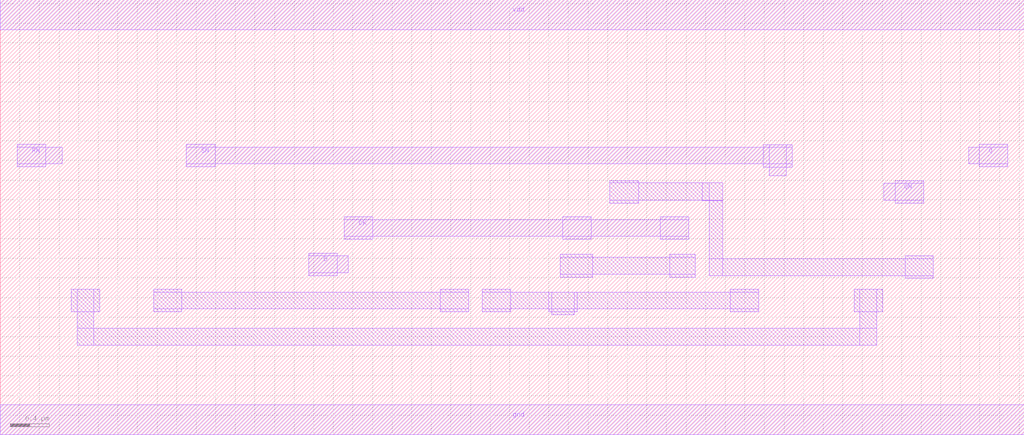
<source format=lef>
VERSION 5.8 ;
BUSBITCHARS "[]" ;
DIVIDERCHAR "/" ;

MACRO sky130_osu_sc_12T_ms__addf_1
  CLASS CORE ;
  ORIGIN 0 0 ;
  FOREIGN sky130_osu_sc_12T_ms__addf_1 0 0 ;
  SIZE 7.04 BY 4.44 ;
  SYMMETRY X Y ;
  SITE 12T ;
  PIN A
    DIRECTION INPUT ;
    USE SIGNAL ;
    PORT
      LAYER met1 ;
        RECT 5.01 1.625 5.3 1.855 ;
        RECT 0.34 1.655 5.3 1.825 ;
        RECT 2.35 1.625 2.64 1.855 ;
        RECT 0.34 1.625 0.63 1.855 ;
    END
  END A
  PIN B
    DIRECTION INPUT ;
    USE SIGNAL ;
    PORT
      LAYER met1 ;
        RECT 4.12 2.36 4.41 2.6 ;
        RECT 0.34 2.395 4.41 2.565 ;
        RECT 2.83 2.365 3.12 2.595 ;
        RECT 2.16 2.365 2.45 2.595 ;
        RECT 0.34 2.365 0.63 2.595 ;
    END
  END B
  PIN CI
    DIRECTION INPUT ;
    USE SIGNAL ;
    PORT
      LAYER met1 ;
        RECT 4.6 1.995 4.89 2.225 ;
        RECT 1.18 2.025 4.89 2.195 ;
        RECT 3.25 1.995 3.585 2.225 ;
        RECT 1.18 1.995 1.48 2.225 ;
    END
  END CI
  PIN CO
    DIRECTION OUTPUT ;
    USE SIGNAL ;
    PORT
      LAYER met1 ;
        RECT 6.605 2.365 6.895 2.595 ;
        RECT 6.495 2.395 6.895 2.565 ;
    END
  END CO
  PIN CON
    DIRECTION OUTPUT ;
    USE SIGNAL ;
    PORT
      LAYER met1 ;
        RECT 5.995 1.255 6.285 1.485 ;
        RECT 1.52 1.285 6.285 1.455 ;
        RECT 3.855 1.255 4.1 1.485 ;
        RECT 1.52 1.255 1.81 1.485 ;
    END
  END CON
  PIN S
    DIRECTION OUTPUT ;
    USE SIGNAL ;
    PORT
      LAYER met1 ;
        RECT 5.655 2.74 5.945 2.97 ;
        RECT 5.545 2.77 5.945 2.94 ;
    END
  END S
  PIN gnd
    DIRECTION INOUT ;
    USE GROUND ;
    SHAPE ABUTMENT ;
    PORT
      LAYER met1 ;
        RECT 0 0 7.04 0.305 ;
    END
  END gnd
  PIN vdd
    DIRECTION INOUT ;
    USE POWER ;
    SHAPE ABUTMENT ;
    PORT
      LAYER met1 ;
        RECT 0 4.135 7.04 4.44 ;
    END
  END vdd
END sky130_osu_sc_12T_ms__addf_1

MACRO sky130_osu_sc_12T_ms__addf_l
  CLASS CORE ;
  ORIGIN 0 0 ;
  FOREIGN sky130_osu_sc_12T_ms__addf_l 0 0 ;
  SIZE 7.04 BY 4.44 ;
  SYMMETRY X Y ;
  SITE 12T ;
  PIN A
    DIRECTION INPUT ;
    USE SIGNAL ;
    PORT
      LAYER met1 ;
        RECT 5.01 1.625 5.3 1.855 ;
        RECT 0.34 1.655 5.3 1.825 ;
        RECT 2.35 1.625 2.64 1.855 ;
        RECT 0.34 1.625 0.63 1.855 ;
    END
  END A
  PIN B
    DIRECTION INPUT ;
    USE SIGNAL ;
    PORT
      LAYER met1 ;
        RECT 4.12 2.36 4.41 2.6 ;
        RECT 0.34 2.395 4.41 2.565 ;
        RECT 2.83 2.365 3.12 2.595 ;
        RECT 2.16 2.365 2.45 2.595 ;
        RECT 0.34 2.365 0.63 2.595 ;
    END
  END B
  PIN CI
    DIRECTION INPUT ;
    USE SIGNAL ;
    PORT
      LAYER met1 ;
        RECT 4.6 1.995 4.89 2.225 ;
        RECT 1.18 2.025 4.89 2.195 ;
        RECT 3.25 1.995 3.585 2.225 ;
        RECT 1.18 1.995 1.48 2.225 ;
    END
  END CI
  PIN CO
    DIRECTION OUTPUT ;
    USE SIGNAL ;
    PORT
      LAYER met1 ;
        RECT 6.605 2.365 6.895 2.595 ;
        RECT 6.495 2.395 6.895 2.565 ;
    END
  END CO
  PIN CON
    DIRECTION OUTPUT ;
    USE SIGNAL ;
    PORT
      LAYER met1 ;
        RECT 5.995 1.255 6.285 1.485 ;
        RECT 1.52 1.285 6.285 1.455 ;
        RECT 3.855 1.255 4.1 1.485 ;
        RECT 1.52 1.255 1.81 1.485 ;
    END
  END CON
  PIN S
    DIRECTION OUTPUT ;
    USE SIGNAL ;
    PORT
      LAYER met1 ;
        RECT 5.655 2.74 5.945 2.97 ;
        RECT 5.545 2.77 5.945 2.94 ;
    END
  END S
  PIN gnd
    DIRECTION INOUT ;
    USE GROUND ;
    SHAPE ABUTMENT ;
    PORT
      LAYER met1 ;
        RECT 0 0 7.04 0.305 ;
    END
  END gnd
  PIN vdd
    DIRECTION INOUT ;
    USE POWER ;
    SHAPE ABUTMENT ;
    PORT
      LAYER met1 ;
        RECT 0 4.135 7.04 4.44 ;
    END
  END vdd
END sky130_osu_sc_12T_ms__addf_l

MACRO sky130_osu_sc_12T_ms__addh_1
  CLASS CORE ;
  ORIGIN 0 0 ;
  FOREIGN sky130_osu_sc_12T_ms__addh_1 0 0 ;
  SIZE 4.18 BY 4.44 ;
  SYMMETRY X Y ;
  SITE 12T ;
  PIN A
    DIRECTION INPUT ;
    USE SIGNAL ;
    PORT
      LAYER met1 ;
        RECT 3.54 1.995 3.83 2.225 ;
        RECT 1.24 2.02 3.83 2.195 ;
        RECT 1.24 1.995 1.53 2.225 ;
    END
  END A
  PIN B
    DIRECTION INPUT ;
    USE SIGNAL ;
    PORT
      LAYER met1 ;
        RECT 3.06 1.625 3.35 1.855 ;
        RECT 0.76 1.655 3.35 1.83 ;
        RECT 0.76 1.625 1.05 1.855 ;
    END
  END B
  PIN CO
    DIRECTION OUTPUT ;
    USE SIGNAL ;
    PORT
      LAYER met1 ;
        RECT 2.03 2.395 2.43 2.565 ;
        RECT 2.03 2.365 2.32 2.595 ;
    END
  END CO
  PIN CON
    DIRECTION OUTPUT ;
    USE SIGNAL ;
    PORT
      LAYER met1 ;
        RECT 3.275 1.255 3.565 1.485 ;
        RECT 3.165 1.285 3.565 1.455 ;
    END
  END CON
  PIN S
    DIRECTION OUTPUT ;
    USE SIGNAL ;
    PORT
      LAYER met1 ;
        RECT 0.115 2.735 0.405 2.965 ;
        RECT 0.115 0.88 0.405 1.11 ;
        RECT 0.175 0.88 0.345 2.965 ;
    END
  END S
  PIN gnd
    DIRECTION INOUT ;
    USE GROUND ;
    SHAPE ABUTMENT ;
    PORT
      LAYER met1 ;
        RECT 0 0 4.18 0.305 ;
    END
  END gnd
  PIN vdd
    DIRECTION INOUT ;
    USE POWER ;
    SHAPE ABUTMENT ;
    PORT
      LAYER met1 ;
        RECT 0 4.135 4.18 4.44 ;
    END
  END vdd
  OBS
    LAYER met1 ;
      RECT 2.475 1.255 2.765 1.485 ;
      RECT 0.49 1.255 0.78 1.485 ;
      RECT 0.49 1.285 2.765 1.455 ;
  END
END sky130_osu_sc_12T_ms__addh_1

MACRO sky130_osu_sc_12T_ms__addh_l
  CLASS CORE ;
  ORIGIN 0 0 ;
  FOREIGN sky130_osu_sc_12T_ms__addh_l 0 0 ;
  SIZE 4.18 BY 4.44 ;
  SYMMETRY X Y ;
  SITE 12T ;
  PIN A
    DIRECTION INPUT ;
    USE SIGNAL ;
    PORT
      LAYER met1 ;
        RECT 3.54 1.995 3.83 2.225 ;
        RECT 1.24 2.02 3.83 2.195 ;
        RECT 1.24 1.995 1.53 2.225 ;
    END
  END A
  PIN B
    DIRECTION INPUT ;
    USE SIGNAL ;
    PORT
      LAYER met1 ;
        RECT 3.06 1.625 3.35 1.855 ;
        RECT 0.76 1.655 3.35 1.83 ;
        RECT 0.76 1.625 1.05 1.855 ;
    END
  END B
  PIN CO
    DIRECTION OUTPUT ;
    USE SIGNAL ;
    PORT
      LAYER met1 ;
        RECT 2.03 2.395 2.43 2.565 ;
        RECT 2.03 2.365 2.32 2.595 ;
    END
  END CO
  PIN CON
    DIRECTION OUTPUT ;
    USE SIGNAL ;
    PORT
      LAYER met1 ;
        RECT 3.275 1.255 3.565 1.485 ;
        RECT 3.165 1.285 3.565 1.455 ;
    END
  END CON
  PIN S
    DIRECTION OUTPUT ;
    USE SIGNAL ;
    PORT
      LAYER met1 ;
        RECT 0.115 2.735 0.405 2.965 ;
        RECT 0.115 0.88 0.405 1.11 ;
        RECT 0.175 0.88 0.345 2.965 ;
    END
  END S
  PIN gnd
    DIRECTION INOUT ;
    USE GROUND ;
    SHAPE ABUTMENT ;
    PORT
      LAYER met1 ;
        RECT 0 0 4.18 0.305 ;
    END
  END gnd
  PIN vdd
    DIRECTION INOUT ;
    USE POWER ;
    SHAPE ABUTMENT ;
    PORT
      LAYER met1 ;
        RECT 0 4.135 4.18 4.44 ;
    END
  END vdd
  OBS
    LAYER met1 ;
      RECT 2.475 1.255 2.765 1.485 ;
      RECT 0.49 1.255 0.78 1.485 ;
      RECT 0.49 1.285 2.765 1.455 ;
  END
END sky130_osu_sc_12T_ms__addh_l

MACRO sky130_osu_sc_12T_ms__and2_1
  CLASS CORE ;
  ORIGIN 0 0 ;
  FOREIGN sky130_osu_sc_12T_ms__and2_1 0 0 ;
  SIZE 1.87 BY 4.44 ;
  SYMMETRY X Y ;
  SITE 12T ;
  PIN A
    DIRECTION INPUT ;
    USE SIGNAL ;
    PORT
      LAYER met1 ;
        RECT 0.125 2.765 0.525 2.935 ;
        RECT 0.125 2.735 0.415 2.965 ;
    END
  END A
  PIN B
    DIRECTION INPUT ;
    USE SIGNAL ;
    PORT
      LAYER met1 ;
        RECT 0.805 2.365 1.095 2.595 ;
        RECT 0.7 2.395 1.095 2.565 ;
    END
  END B
  PIN Y
    DIRECTION OUTPUT ;
    USE SIGNAL ;
    PORT
      LAYER met1 ;
        RECT 1.405 1.995 1.695 2.225 ;
        RECT 1.405 0.885 1.695 1.115 ;
        RECT 1.465 0.885 1.635 2.225 ;
    END
  END Y
  PIN gnd
    DIRECTION INOUT ;
    USE GROUND ;
    SHAPE ABUTMENT ;
    PORT
      LAYER met1 ;
        RECT 0 0 1.87 0.305 ;
    END
  END gnd
  PIN vdd
    DIRECTION INOUT ;
    USE POWER ;
    SHAPE ABUTMENT ;
    PORT
      LAYER met1 ;
        RECT 0 4.135 1.87 4.44 ;
    END
  END vdd
END sky130_osu_sc_12T_ms__and2_1

MACRO sky130_osu_sc_12T_ms__and2_2
  CLASS CORE ;
  ORIGIN 0 0 ;
  FOREIGN sky130_osu_sc_12T_ms__and2_2 0 0 ;
  SIZE 2.31 BY 4.44 ;
  SYMMETRY X Y ;
  SITE 12T ;
  PIN A
    DIRECTION INPUT ;
    USE SIGNAL ;
    PORT
      LAYER met1 ;
        RECT 0.125 2.765 0.525 2.935 ;
        RECT 0.125 2.735 0.415 2.965 ;
    END
  END A
  PIN B
    DIRECTION INPUT ;
    USE SIGNAL ;
    PORT
      LAYER met1 ;
        RECT 0.805 2.365 1.095 2.595 ;
        RECT 0.7 2.395 1.095 2.565 ;
    END
  END B
  PIN Y
    DIRECTION OUTPUT ;
    USE SIGNAL ;
    PORT
      LAYER met1 ;
        RECT 1.405 1.995 1.695 2.225 ;
        RECT 1.405 0.885 1.695 1.115 ;
        RECT 1.465 0.885 1.635 2.225 ;
    END
  END Y
  PIN gnd
    DIRECTION INOUT ;
    USE GROUND ;
    SHAPE ABUTMENT ;
    PORT
      LAYER met1 ;
        RECT 0 0 2.31 0.305 ;
    END
  END gnd
  PIN vdd
    DIRECTION INOUT ;
    USE POWER ;
    SHAPE ABUTMENT ;
    PORT
      LAYER met1 ;
        RECT 0 4.135 2.31 4.44 ;
    END
  END vdd
END sky130_osu_sc_12T_ms__and2_2

MACRO sky130_osu_sc_12T_ms__and2_4
  CLASS CORE ;
  ORIGIN 0 0 ;
  FOREIGN sky130_osu_sc_12T_ms__and2_4 0 0 ;
  SIZE 3.19 BY 4.44 ;
  SYMMETRY X Y ;
  SITE 12T ;
  PIN A
    DIRECTION INPUT ;
    USE SIGNAL ;
    PORT
      LAYER met1 ;
        RECT 0.125 2.765 0.525 2.935 ;
        RECT 0.125 2.735 0.415 2.965 ;
    END
  END A
  PIN B
    DIRECTION INPUT ;
    USE SIGNAL ;
    PORT
      LAYER met1 ;
        RECT 0.805 2.365 1.095 2.595 ;
        RECT 0.7 2.395 1.095 2.565 ;
    END
  END B
  PIN Y
    DIRECTION OUTPUT ;
    USE SIGNAL ;
    PORT
      LAYER met1 ;
        RECT 2.265 1.995 2.555 2.225 ;
        RECT 2.265 0.885 2.555 1.115 ;
        RECT 2.325 0.885 2.495 2.225 ;
        RECT 1.405 2.025 2.555 2.195 ;
        RECT 1.405 0.915 2.555 1.085 ;
        RECT 1.405 1.995 1.695 2.225 ;
        RECT 1.405 0.885 1.695 1.115 ;
        RECT 1.465 0.885 1.635 2.225 ;
    END
  END Y
  PIN gnd
    DIRECTION INOUT ;
    USE GROUND ;
    SHAPE ABUTMENT ;
    PORT
      LAYER met1 ;
        RECT 0 0 3.19 0.305 ;
    END
  END gnd
  PIN vdd
    DIRECTION INOUT ;
    USE POWER ;
    SHAPE ABUTMENT ;
    PORT
      LAYER met1 ;
        RECT 0 4.135 3.19 4.44 ;
    END
  END vdd
END sky130_osu_sc_12T_ms__and2_4

MACRO sky130_osu_sc_12T_ms__and2_6
  CLASS CORE ;
  ORIGIN 0 0 ;
  FOREIGN sky130_osu_sc_12T_ms__and2_6 0 0 ;
  SIZE 4.07 BY 4.44 ;
  SYMMETRY X Y ;
  SITE 12T ;
  PIN A
    DIRECTION INPUT ;
    USE SIGNAL ;
    PORT
      LAYER met1 ;
        RECT 0.09 2.765 0.49 2.935 ;
        RECT 0.09 2.735 0.38 2.965 ;
    END
  END A
  PIN B
    DIRECTION INPUT ;
    USE SIGNAL ;
    PORT
      LAYER met1 ;
        RECT 0.77 2.365 1.06 2.595 ;
        RECT 0.66 2.395 1.06 2.565 ;
    END
  END B
  PIN Y
    DIRECTION OUTPUT ;
    USE SIGNAL ;
    PORT
      LAYER met1 ;
        RECT 3.125 1.995 3.415 2.225 ;
        RECT 3.125 0.885 3.415 1.115 ;
        RECT 3.185 0.885 3.355 2.225 ;
        RECT 1.405 2.025 3.415 2.195 ;
        RECT 1.405 0.915 3.415 1.085 ;
        RECT 2.265 1.995 2.555 2.225 ;
        RECT 2.265 0.885 2.555 1.115 ;
        RECT 2.325 0.885 2.495 2.225 ;
        RECT 1.405 1.995 1.695 2.225 ;
        RECT 1.405 0.885 1.695 1.115 ;
        RECT 1.465 0.885 1.635 2.225 ;
    END
  END Y
  PIN gnd
    DIRECTION INOUT ;
    USE GROUND ;
    SHAPE ABUTMENT ;
    PORT
      LAYER met1 ;
        RECT 0 0 4.07 0.305 ;
    END
  END gnd
  PIN vdd
    DIRECTION INOUT ;
    USE POWER ;
    SHAPE ABUTMENT ;
    PORT
      LAYER met1 ;
        RECT 0 4.135 4.07 4.44 ;
    END
  END vdd
END sky130_osu_sc_12T_ms__and2_6

MACRO sky130_osu_sc_12T_ms__and2_8
  CLASS CORE ;
  ORIGIN 0 0 ;
  FOREIGN sky130_osu_sc_12T_ms__and2_8 0 0 ;
  SIZE 4.95 BY 4.44 ;
  SYMMETRY X Y ;
  SITE 12T ;
  PIN A
    DIRECTION INPUT ;
    USE SIGNAL ;
    PORT
      LAYER met1 ;
        RECT 0.125 2.765 0.525 2.935 ;
        RECT 0.125 2.735 0.415 2.965 ;
    END
  END A
  PIN B
    DIRECTION INPUT ;
    USE SIGNAL ;
    PORT
      LAYER met1 ;
        RECT 0.805 2.365 1.095 2.595 ;
        RECT 0.7 2.395 1.095 2.565 ;
    END
  END B
  PIN Y
    DIRECTION OUTPUT ;
    USE SIGNAL ;
    PORT
      LAYER met1 ;
        RECT 3.985 1.995 4.275 2.225 ;
        RECT 3.985 0.885 4.275 1.115 ;
        RECT 4.045 0.885 4.215 2.225 ;
        RECT 1.405 2.025 4.275 2.195 ;
        RECT 3.56 0.915 4.275 1.085 ;
        RECT 3.125 1.995 3.415 2.225 ;
        RECT 3.125 0.885 3.415 1.115 ;
        RECT 3.185 0.885 3.355 2.225 ;
        RECT 1.405 0.915 3.415 1.085 ;
        RECT 2.265 1.995 2.555 2.225 ;
        RECT 2.265 0.885 2.555 1.115 ;
        RECT 2.325 0.885 2.495 2.225 ;
        RECT 1.405 1.995 1.695 2.225 ;
        RECT 1.405 0.885 1.695 1.115 ;
        RECT 1.465 0.885 1.635 2.225 ;
    END
  END Y
  PIN gnd
    DIRECTION INOUT ;
    USE GROUND ;
    SHAPE ABUTMENT ;
    PORT
      LAYER met1 ;
        RECT 0 0 4.95 0.305 ;
    END
  END gnd
  PIN vdd
    DIRECTION INOUT ;
    USE POWER ;
    SHAPE ABUTMENT ;
    PORT
      LAYER met1 ;
        RECT 0 4.135 4.95 4.44 ;
    END
  END vdd
END sky130_osu_sc_12T_ms__and2_8

MACRO sky130_osu_sc_12T_ms__and2_l
  CLASS CORE ;
  ORIGIN 0 0 ;
  FOREIGN sky130_osu_sc_12T_ms__and2_l 0 0 ;
  SIZE 1.87 BY 4.44 ;
  SYMMETRY X Y ;
  SITE 12T ;
  PIN A
    DIRECTION INPUT ;
    USE SIGNAL ;
    PORT
      LAYER met1 ;
        RECT 0.125 2.395 0.52 2.565 ;
        RECT 0.125 2.365 0.415 2.595 ;
    END
  END A
  PIN B
    DIRECTION INPUT ;
    USE SIGNAL ;
    PORT
      LAYER met1 ;
        RECT 0.805 2.395 1.205 2.565 ;
        RECT 0.805 2.365 1.095 2.595 ;
    END
  END B
  PIN Y
    DIRECTION OUTPUT ;
    USE SIGNAL ;
    PORT
      LAYER met1 ;
        RECT 1.405 2.365 1.695 2.595 ;
        RECT 1.405 1.255 1.695 1.485 ;
        RECT 1.465 1.255 1.635 2.595 ;
    END
  END Y
  PIN gnd
    DIRECTION INOUT ;
    USE GROUND ;
    SHAPE ABUTMENT ;
    PORT
      LAYER met1 ;
        RECT 0 0 1.87 0.305 ;
    END
  END gnd
  PIN vdd
    DIRECTION INOUT ;
    USE POWER ;
    SHAPE ABUTMENT ;
    PORT
      LAYER met1 ;
        RECT 0 4.135 1.87 4.44 ;
    END
  END vdd
END sky130_osu_sc_12T_ms__and2_l

MACRO sky130_osu_sc_12T_ms__ant
  CLASS CORE ;
  ORIGIN 0 0 ;
  FOREIGN sky130_osu_sc_12T_ms__ant 0 0 ;
  SIZE 0.99 BY 4.44 ;
  SYMMETRY X Y ;
  SITE 12T ;
  PIN A
    DIRECTION INPUT ;
    USE SIGNAL ;
    PORT
      LAYER met1 ;
        RECT 0.175 1.995 0.54 2.225 ;
    END
  END A
  PIN gnd
    DIRECTION INOUT ;
    USE GROUND ;
    SHAPE ABUTMENT ;
    PORT
      LAYER met1 ;
        RECT 0 0 0.99 0.305 ;
    END
  END gnd
  PIN vdd
    DIRECTION INOUT ;
    USE POWER ;
    SHAPE ABUTMENT ;
    PORT
      LAYER met1 ;
        RECT 0 4.135 0.99 4.44 ;
    END
  END vdd
END sky130_osu_sc_12T_ms__ant

MACRO sky130_osu_sc_12T_ms__antfill
  CLASS CORE ;
  ORIGIN 0 0 ;
  FOREIGN sky130_osu_sc_12T_ms__antfill 0 0 ;
  SIZE 0.99 BY 4.44 ;
  SYMMETRY X Y ;
  SITE 12T ;
  PIN A
    DIRECTION INPUT ;
    USE SIGNAL ;
    PORT
      LAYER met1 ;
        RECT 0.175 1.995 0.54 2.225 ;
    END
  END A
  PIN gnd
    DIRECTION INOUT ;
    USE GROUND ;
    SHAPE ABUTMENT ;
    PORT
      LAYER met1 ;
        RECT 0 0 0.99 0.305 ;
    END
  END gnd
  PIN vdd
    DIRECTION INOUT ;
    USE POWER ;
    SHAPE ABUTMENT ;
    PORT
      LAYER met1 ;
        RECT 0 4.135 0.99 4.44 ;
    END
  END vdd
END sky130_osu_sc_12T_ms__antfill

MACRO sky130_osu_sc_12T_ms__aoi21_l
  CLASS CORE ;
  ORIGIN 0 0 ;
  FOREIGN sky130_osu_sc_12T_ms__aoi21_l 0 0 ;
  SIZE 1.87 BY 4.44 ;
  SYMMETRY X Y ;
  SITE 12T ;
  PIN A0
    DIRECTION INPUT ;
    USE SIGNAL ;
    PORT
      LAYER met1 ;
        RECT 0.24 2.025 0.64 2.195 ;
        RECT 0.24 1.995 0.53 2.225 ;
    END
  END A0
  PIN A1
    DIRECTION INPUT ;
    USE SIGNAL ;
    PORT
      LAYER met1 ;
        RECT 0.58 2.395 0.98 2.565 ;
        RECT 0.58 2.365 0.87 2.595 ;
    END
  END A1
  PIN B0
    DIRECTION INPUT ;
    USE SIGNAL ;
    PORT
      LAYER met1 ;
        RECT 1.02 1.995 1.31 2.225 ;
        RECT 0.91 2.025 1.31 2.195 ;
    END
  END B0
  PIN Y
    DIRECTION OUTPUT ;
    USE SIGNAL ;
    PORT
      LAYER met1 ;
        RECT 1.405 1.625 1.695 1.855 ;
        RECT 1.465 0.915 1.635 1.855 ;
        RECT 0.905 0.915 1.635 1.09 ;
        RECT 0.905 0.885 1.165 1.115 ;
    END
  END Y
  PIN gnd
    DIRECTION INOUT ;
    USE GROUND ;
    SHAPE ABUTMENT ;
    PORT
      LAYER met1 ;
        RECT 0 0 1.87 0.3 ;
        RECT 1.455 0 1.625 0.305 ;
    END
  END gnd
  PIN vdd
    DIRECTION INOUT ;
    USE POWER ;
    SHAPE ABUTMENT ;
    PORT
      LAYER met1 ;
        RECT 0 4.135 1.87 4.44 ;
    END
  END vdd
END sky130_osu_sc_12T_ms__aoi21_l

MACRO sky130_osu_sc_12T_ms__aoi22_l
  CLASS CORE ;
  ORIGIN 0 0 ;
  FOREIGN sky130_osu_sc_12T_ms__aoi22_l 0 0 ;
  SIZE 2.31 BY 4.44 ;
  SYMMETRY X Y ;
  SITE 12T ;
  PIN A0
    DIRECTION INPUT ;
    USE SIGNAL ;
    PORT
      LAYER met1 ;
        RECT 0.24 2.025 0.635 2.195 ;
        RECT 0.24 1.995 0.53 2.225 ;
    END
  END A0
  PIN A1
    DIRECTION INPUT ;
    USE SIGNAL ;
    PORT
      LAYER met1 ;
        RECT 0.58 2.395 0.98 2.565 ;
        RECT 0.58 2.365 0.87 2.595 ;
    END
  END A1
  PIN B0
    DIRECTION INPUT ;
    USE SIGNAL ;
    PORT
      LAYER met1 ;
        RECT 1.02 2.025 1.42 2.195 ;
        RECT 1.02 1.995 1.31 2.225 ;
    END
  END B0
  PIN B1
    DIRECTION INPUT ;
    USE SIGNAL ;
    PORT
      LAYER met1 ;
        RECT 1.79 1.625 2.08 1.855 ;
        RECT 1.68 1.655 2.08 1.825 ;
    END
  END B1
  PIN Y
    DIRECTION OUTPUT ;
    USE SIGNAL ;
    PORT
      LAYER met1 ;
        RECT 1.45 1.255 1.74 1.485 ;
        RECT 1.52 0.915 1.69 1.485 ;
        RECT 0.94 0.915 1.69 1.085 ;
        RECT 0.94 0.885 1.23 1.115 ;
    END
  END Y
  PIN gnd
    DIRECTION INOUT ;
    USE GROUND ;
    SHAPE ABUTMENT ;
    PORT
      LAYER met1 ;
        RECT 0 0 2.31 0.305 ;
    END
  END gnd
  PIN vdd
    DIRECTION INOUT ;
    USE POWER ;
    SHAPE ABUTMENT ;
    PORT
      LAYER met1 ;
        RECT 0 4.135 2.31 4.44 ;
    END
  END vdd
END sky130_osu_sc_12T_ms__aoi22_l

MACRO sky130_osu_sc_12T_ms__buf_1
  CLASS CORE ;
  ORIGIN 0 0 ;
  FOREIGN sky130_osu_sc_12T_ms__buf_1 0 0 ;
  SIZE 1.43 BY 4.44 ;
  SYMMETRY X Y ;
  SITE 12T ;
  PIN A
    DIRECTION INPUT ;
    USE SIGNAL ;
    PORT
      LAYER met1 ;
        RECT 0.49 2.735 0.78 2.965 ;
        RECT 0.32 2.765 0.78 2.935 ;
    END
  END A
  PIN Y
    DIRECTION OUTPUT ;
    USE SIGNAL ;
    PORT
      LAYER met1 ;
        RECT 0.975 2.365 1.265 2.595 ;
        RECT 0.975 0.885 1.265 1.115 ;
        RECT 1.035 0.885 1.205 2.595 ;
    END
  END Y
  PIN gnd
    DIRECTION INOUT ;
    USE GROUND ;
    SHAPE ABUTMENT ;
    PORT
      LAYER met1 ;
        RECT 0 0 1.43 0.305 ;
    END
  END gnd
  PIN vdd
    DIRECTION INOUT ;
    USE POWER ;
    SHAPE ABUTMENT ;
    PORT
      LAYER met1 ;
        RECT 0 4.135 1.43 4.44 ;
    END
  END vdd
END sky130_osu_sc_12T_ms__buf_1

MACRO sky130_osu_sc_12T_ms__buf_2
  CLASS CORE ;
  ORIGIN 0 0 ;
  FOREIGN sky130_osu_sc_12T_ms__buf_2 0 0 ;
  SIZE 1.87 BY 4.44 ;
  SYMMETRY X Y ;
  SITE 12T ;
  PIN A
    DIRECTION INPUT ;
    USE SIGNAL ;
    PORT
      LAYER met1 ;
        RECT 0.49 2.735 0.78 2.965 ;
        RECT 0.32 2.765 0.78 2.935 ;
    END
  END A
  PIN Y
    DIRECTION OUTPUT ;
    USE SIGNAL ;
    PORT
      LAYER met1 ;
        RECT 0.975 2.365 1.265 2.595 ;
        RECT 0.975 0.885 1.265 1.115 ;
        RECT 1.035 0.885 1.205 2.595 ;
    END
  END Y
  PIN gnd
    DIRECTION INOUT ;
    USE GROUND ;
    SHAPE ABUTMENT ;
    PORT
      LAYER met1 ;
        RECT 0 0 1.87 0.305 ;
    END
  END gnd
  PIN vdd
    DIRECTION INOUT ;
    USE POWER ;
    SHAPE ABUTMENT ;
    PORT
      LAYER met1 ;
        RECT 0 4.135 1.87 4.44 ;
    END
  END vdd
END sky130_osu_sc_12T_ms__buf_2

MACRO sky130_osu_sc_12T_ms__buf_4
  CLASS CORE ;
  ORIGIN 0 0 ;
  FOREIGN sky130_osu_sc_12T_ms__buf_4 0 0 ;
  SIZE 2.75 BY 4.44 ;
  SYMMETRY X Y ;
  SITE 12T ;
  PIN A
    DIRECTION INPUT ;
    USE SIGNAL ;
    PORT
      LAYER met1 ;
        RECT 0.49 2.735 0.78 2.965 ;
        RECT 0.32 2.765 0.78 2.935 ;
    END
  END A
  PIN Y
    DIRECTION OUTPUT ;
    USE SIGNAL ;
    PORT
      LAYER met1 ;
        RECT 1.835 2.365 2.125 2.595 ;
        RECT 1.835 0.885 2.125 1.115 ;
        RECT 1.895 0.885 2.065 2.595 ;
        RECT 0.975 2.395 2.125 2.565 ;
        RECT 0.975 0.915 2.125 1.085 ;
        RECT 0.975 2.365 1.265 2.595 ;
        RECT 0.975 0.885 1.265 1.115 ;
        RECT 1.035 0.885 1.205 2.595 ;
    END
  END Y
  PIN gnd
    DIRECTION INOUT ;
    USE GROUND ;
    SHAPE ABUTMENT ;
    PORT
      LAYER met1 ;
        RECT 0 0 2.75 0.305 ;
    END
  END gnd
  PIN vdd
    DIRECTION INOUT ;
    USE POWER ;
    SHAPE ABUTMENT ;
    PORT
      LAYER met1 ;
        RECT 0 4.135 2.75 4.44 ;
    END
  END vdd
END sky130_osu_sc_12T_ms__buf_4

MACRO sky130_osu_sc_12T_ms__buf_6
  CLASS CORE ;
  ORIGIN 0 0 ;
  FOREIGN sky130_osu_sc_12T_ms__buf_6 0 0 ;
  SIZE 3.63 BY 4.44 ;
  SYMMETRY X Y ;
  SITE 12T ;
  PIN A
    DIRECTION INPUT ;
    USE SIGNAL ;
    PORT
      LAYER met1 ;
        RECT 0.49 2.735 0.78 2.965 ;
        RECT 0.32 2.765 0.78 2.935 ;
    END
  END A
  PIN Y
    DIRECTION OUTPUT ;
    USE SIGNAL ;
    PORT
      LAYER met1 ;
        RECT 2.695 2.365 2.985 2.595 ;
        RECT 2.695 0.885 2.985 1.115 ;
        RECT 2.755 0.885 2.925 2.595 ;
        RECT 0.975 2.395 2.985 2.565 ;
        RECT 0.975 0.915 2.985 1.085 ;
        RECT 1.835 2.365 2.125 2.595 ;
        RECT 1.835 0.885 2.125 1.115 ;
        RECT 1.895 0.885 2.065 2.595 ;
        RECT 0.975 2.365 1.265 2.595 ;
        RECT 0.975 0.885 1.265 1.115 ;
        RECT 1.035 0.885 1.205 2.595 ;
    END
  END Y
  PIN gnd
    DIRECTION INOUT ;
    USE GROUND ;
    SHAPE ABUTMENT ;
    PORT
      LAYER met1 ;
        RECT 0 0 3.63 0.305 ;
    END
  END gnd
  PIN vdd
    DIRECTION INOUT ;
    USE POWER ;
    SHAPE ABUTMENT ;
    PORT
      LAYER met1 ;
        RECT 0 4.135 3.63 4.44 ;
    END
  END vdd
END sky130_osu_sc_12T_ms__buf_6

MACRO sky130_osu_sc_12T_ms__buf_8
  CLASS CORE ;
  ORIGIN 0 0 ;
  FOREIGN sky130_osu_sc_12T_ms__buf_8 0 0 ;
  SIZE 4.51 BY 4.44 ;
  SYMMETRY X Y ;
  SITE 12T ;
  PIN A
    DIRECTION INPUT ;
    USE SIGNAL ;
    PORT
      LAYER met1 ;
        RECT 0.49 2.735 0.78 2.965 ;
        RECT 0.32 2.765 0.78 2.935 ;
    END
  END A
  PIN Y
    DIRECTION OUTPUT ;
    USE SIGNAL ;
    PORT
      LAYER met1 ;
        RECT 3.555 2.365 3.845 2.595 ;
        RECT 3.555 0.885 3.845 1.115 ;
        RECT 3.615 0.885 3.785 2.595 ;
        RECT 0.975 2.395 3.845 2.565 ;
        RECT 0.975 0.915 3.845 1.085 ;
        RECT 2.695 2.365 2.985 2.595 ;
        RECT 2.695 0.885 2.985 1.115 ;
        RECT 2.755 0.885 2.925 2.595 ;
        RECT 1.835 2.365 2.125 2.595 ;
        RECT 1.835 0.885 2.125 1.115 ;
        RECT 1.895 0.885 2.065 2.595 ;
        RECT 0.975 2.365 1.265 2.595 ;
        RECT 0.975 0.885 1.265 1.115 ;
        RECT 1.035 0.885 1.205 2.595 ;
    END
  END Y
  PIN gnd
    DIRECTION INOUT ;
    USE GROUND ;
    SHAPE ABUTMENT ;
    PORT
      LAYER met1 ;
        RECT 0 0 4.51 0.305 ;
    END
  END gnd
  PIN vdd
    DIRECTION INOUT ;
    USE POWER ;
    SHAPE ABUTMENT ;
    PORT
      LAYER met1 ;
        RECT 0 4.135 4.51 4.44 ;
    END
  END vdd
END sky130_osu_sc_12T_ms__buf_8

MACRO sky130_osu_sc_12T_ms__buf_l
  CLASS CORE ;
  ORIGIN 0 0 ;
  FOREIGN sky130_osu_sc_12T_ms__buf_l 0 0 ;
  SIZE 1.43 BY 4.44 ;
  SYMMETRY X Y ;
  SITE 12T ;
  PIN A
    DIRECTION INPUT ;
    USE SIGNAL ;
    PORT
      LAYER met1 ;
        RECT 0.49 2.365 0.78 2.595 ;
        RECT 0.32 2.395 0.78 2.565 ;
    END
  END A
  PIN Y
    DIRECTION OUTPUT ;
    USE SIGNAL ;
    PORT
      LAYER met1 ;
        RECT 0.975 2.735 1.265 2.965 ;
        RECT 0.975 1.255 1.265 1.485 ;
        RECT 1.035 1.255 1.205 2.965 ;
    END
  END Y
  PIN gnd
    DIRECTION INOUT ;
    USE GROUND ;
    SHAPE ABUTMENT ;
    PORT
      LAYER met1 ;
        RECT 0 0 1.43 0.305 ;
    END
  END gnd
  PIN vdd
    DIRECTION INOUT ;
    USE POWER ;
    SHAPE ABUTMENT ;
    PORT
      LAYER met1 ;
        RECT 0 4.135 1.43 4.44 ;
    END
  END vdd
END sky130_osu_sc_12T_ms__buf_l

MACRO sky130_osu_sc_12T_ms__decap_1
  CLASS CORE ;
  ORIGIN 0 0 ;
  FOREIGN sky130_osu_sc_12T_ms__decap_1 0 0 ;
  SIZE 0.99 BY 4.44 ;
  SYMMETRY X Y ;
  SITE 12T ;
  PIN gnd
    DIRECTION INOUT ;
    USE GROUND ;
    SHAPE ABUTMENT ;
    PORT
      LAYER met1 ;
        RECT 0 0 0.99 0.305 ;
    END
  END gnd
  PIN vdd
    DIRECTION INOUT ;
    USE POWER ;
    SHAPE ABUTMENT ;
    PORT
      LAYER met1 ;
        RECT 0 4.135 0.99 4.44 ;
    END
  END vdd
END sky130_osu_sc_12T_ms__decap_1

MACRO sky130_osu_sc_12T_ms__decap_l
  CLASS CORE ;
  ORIGIN 0 0 ;
  FOREIGN sky130_osu_sc_12T_ms__decap_l 0 0 ;
  SIZE 0.99 BY 4.44 ;
  SYMMETRY X Y ;
  SITE 12T ;
  PIN gnd
    DIRECTION INOUT ;
    USE GROUND ;
    SHAPE ABUTMENT ;
    PORT
      LAYER met1 ;
        RECT 0 0 0.99 0.305 ;
    END
  END gnd
  PIN vdd
    DIRECTION INOUT ;
    USE POWER ;
    SHAPE ABUTMENT ;
    PORT
      LAYER met1 ;
        RECT 0 4.135 0.99 4.44 ;
    END
  END vdd
END sky130_osu_sc_12T_ms__decap_l

MACRO sky130_osu_sc_12T_ms__dff_1
  CLASS CORE ;
  ORIGIN 0 0 ;
  FOREIGN sky130_osu_sc_12T_ms__dff_1 0 0 ;
  SIZE 7.26 BY 4.44 ;
  SYMMETRY X Y ;
  SITE 12T ;
  PIN CK
    DIRECTION INPUT ;
    USE SIGNAL ;
    PORT
      LAYER met1 ;
        RECT 4.43 1.995 4.72 2.225 ;
        RECT 1.205 2.025 4.72 2.195 ;
        RECT 3.435 1.995 3.725 2.225 ;
        RECT 1.205 1.995 1.495 2.225 ;
    END
  END CK
  PIN D
    DIRECTION INPUT ;
    USE SIGNAL ;
    PORT
      LAYER met1 ;
        RECT 0.845 1.655 1.245 1.825 ;
        RECT 0.845 1.625 1.135 1.855 ;
    END
  END D
  PIN ON
    DIRECTION INPUT ;
    USE SIGNAL ;
    PORT
      LAYER met1 ;
        RECT 5.97 1.995 6.26 2.225 ;
        RECT 5.865 2.02 6.26 2.19 ;
    END
  END ON
  PIN Q
    DIRECTION OUTPUT ;
    USE SIGNAL ;
    PORT
      LAYER met1 ;
        RECT 6.825 2.365 7.12 2.595 ;
        RECT 6.72 2.395 7.12 2.565 ;
    END
  END Q
  PIN gnd
    DIRECTION INOUT ;
    USE GROUND ;
    SHAPE ABUTMENT ;
    PORT
      LAYER met1 ;
        RECT 0 0 7.26 0.305 ;
    END
  END gnd
  PIN vdd
    DIRECTION INOUT ;
    USE POWER ;
    SHAPE ABUTMENT ;
    PORT
      LAYER met1 ;
        RECT 0 4.135 7.26 4.44 ;
    END
  END vdd
  OBS
    LAYER met1 ;
      RECT 3.915 2.365 4.205 2.595 ;
      RECT 3.915 2.395 5.08 2.565 ;
      RECT 4.935 1.655 5.08 2.565 ;
      RECT 6.08 1.625 6.36 1.855 ;
      RECT 4.935 1.655 6.36 1.825 ;
      RECT 5.03 1.255 5.32 1.485 ;
      RECT 2.615 1.255 2.905 1.485 ;
      RECT 2.615 1.285 5.32 1.455 ;
      RECT 3.295 1.255 3.585 1.455 ;
      RECT 3.325 1.225 3.555 1.455 ;
      RECT 4.5 1.625 4.79 1.855 ;
      RECT 3.435 1.625 3.725 1.855 ;
      RECT 3.415 1.655 3.725 1.825 ;
      RECT 3.415 1.655 4.79 1.795 ;
      RECT 2.185 1.255 2.475 1.485 ;
      RECT 0.14 1.255 0.43 1.485 ;
      RECT 0.14 1.285 2.475 1.455 ;
  END
END sky130_osu_sc_12T_ms__dff_1

MACRO sky130_osu_sc_12T_ms__dff_l
  CLASS CORE ;
  ORIGIN 0 0 ;
  FOREIGN sky130_osu_sc_12T_ms__dff_l 0 0 ;
  SIZE 7.26 BY 4.44 ;
  SYMMETRY X Y ;
  SITE 12T ;
  PIN CK
    DIRECTION INPUT ;
    USE SIGNAL ;
    PORT
      LAYER met1 ;
        RECT 4.43 1.995 4.72 2.225 ;
        RECT 1.205 2.025 4.72 2.195 ;
        RECT 3.435 1.995 3.725 2.225 ;
        RECT 1.205 1.995 1.495 2.225 ;
    END
  END CK
  PIN D
    DIRECTION INPUT ;
    USE SIGNAL ;
    PORT
      LAYER met1 ;
        RECT 0.845 1.655 1.245 1.825 ;
        RECT 0.845 1.625 1.135 1.855 ;
    END
  END D
  PIN ON
    DIRECTION INPUT ;
    USE SIGNAL ;
    PORT
      LAYER met1 ;
        RECT 5.97 1.995 6.26 2.225 ;
        RECT 5.865 2.02 6.26 2.19 ;
    END
  END ON
  PIN Q
    DIRECTION OUTPUT ;
    USE SIGNAL ;
    PORT
      LAYER met1 ;
        RECT 6.825 2.365 7.12 2.595 ;
        RECT 6.72 2.395 7.12 2.565 ;
    END
  END Q
  PIN gnd
    DIRECTION INOUT ;
    USE GROUND ;
    SHAPE ABUTMENT ;
    PORT
      LAYER met1 ;
        RECT 0 0 7.26 0.305 ;
    END
  END gnd
  PIN vdd
    DIRECTION INOUT ;
    USE POWER ;
    SHAPE ABUTMENT ;
    PORT
      LAYER met1 ;
        RECT 0 4.135 7.26 4.44 ;
    END
  END vdd
  OBS
    LAYER met1 ;
      RECT 3.915 2.365 4.205 2.595 ;
      RECT 3.915 2.395 5.08 2.565 ;
      RECT 4.935 1.655 5.08 2.565 ;
      RECT 6.08 1.625 6.36 1.855 ;
      RECT 4.935 1.655 6.36 1.825 ;
      RECT 5.03 1.255 5.32 1.485 ;
      RECT 2.615 1.255 2.905 1.485 ;
      RECT 2.615 1.285 5.32 1.455 ;
      RECT 3.295 1.255 3.585 1.455 ;
      RECT 3.325 1.225 3.555 1.455 ;
      RECT 4.5 1.625 4.79 1.855 ;
      RECT 3.435 1.625 3.725 1.855 ;
      RECT 3.415 1.655 3.725 1.825 ;
      RECT 3.415 1.655 4.79 1.795 ;
      RECT 2.185 1.255 2.475 1.485 ;
      RECT 0.14 1.255 0.43 1.485 ;
      RECT 0.14 1.285 2.475 1.455 ;
  END
END sky130_osu_sc_12T_ms__dff_l

MACRO sky130_osu_sc_12T_ms__dffr_1
  CLASS CORE ;
  ORIGIN 0 0 ;
  FOREIGN sky130_osu_sc_12T_ms__dffr_1 0 0 ;
  SIZE 9.57 BY 4.44 ;
  SYMMETRY X Y ;
  SITE 12T ;
  PIN CK
    DIRECTION INPUT ;
    USE SIGNAL ;
    PORT
      LAYER met1 ;
        RECT 6.305 1.995 6.595 2.225 ;
        RECT 3.08 2.025 6.595 2.195 ;
        RECT 5.31 1.995 5.6 2.225 ;
        RECT 3.08 1.995 3.37 2.225 ;
    END
  END CK
  PIN D
    DIRECTION INPUT ;
    USE SIGNAL ;
    PORT
      LAYER met1 ;
        RECT 2.72 1.655 3.12 1.825 ;
        RECT 2.72 1.625 3.01 1.855 ;
    END
  END D
  PIN Q
    DIRECTION OUTPUT ;
    USE SIGNAL ;
    PORT
      LAYER met1 ;
        RECT 9.13 2.735 9.42 2.965 ;
        RECT 9.02 2.765 9.42 2.935 ;
    END
  END Q
  PIN QN
    DIRECTION OUTPUT ;
    USE SIGNAL ;
    PORT
      LAYER met1 ;
        RECT 8.275 2.365 8.565 2.595 ;
        RECT 8.16 2.395 8.565 2.565 ;
    END
  END QN
  PIN RN
    DIRECTION INPUT ;
    USE SIGNAL ;
    PORT
      LAYER met1 ;
        RECT 0.175 2.765 0.635 2.93 ;
        RECT 0.175 2.765 0.605 2.935 ;
        RECT 0.175 2.735 0.465 2.965 ;
    END
  END RN
  PIN gnd
    DIRECTION INOUT ;
    USE GROUND ;
    SHAPE ABUTMENT ;
    PORT
      LAYER met1 ;
        RECT 0 0 9.57 0.305 ;
    END
  END gnd
  PIN vdd
    DIRECTION INOUT ;
    USE POWER ;
    SHAPE ABUTMENT ;
    PORT
      LAYER met1 ;
        RECT 0 4.135 9.57 4.44 ;
    END
  END vdd
  OBS
    LAYER met1 ;
      RECT 5.79 2.365 6.08 2.595 ;
      RECT 5.79 2.395 6.915 2.565 ;
      RECT 6.735 1.65 6.915 2.565 ;
      RECT 8.375 1.625 8.665 1.855 ;
      RECT 6.735 1.65 8.665 1.825 ;
      RECT 1.085 1.255 1.355 1.515 ;
      RECT 7.745 1.255 8.035 1.485 ;
      RECT 7.805 0.915 7.975 1.485 ;
      RECT 1.135 0.915 1.305 1.515 ;
      RECT 1.135 0.915 7.975 1.085 ;
      RECT 6.985 1.255 7.275 1.485 ;
      RECT 5.18 1.255 5.44 1.485 ;
      RECT 4.49 1.255 4.78 1.485 ;
      RECT 4.49 1.285 7.275 1.455 ;
      RECT 6.215 1.625 6.51 1.855 ;
      RECT 5.31 1.625 5.6 1.855 ;
      RECT 5.31 1.655 6.51 1.825 ;
      RECT 1.495 1.25 1.78 1.495 ;
      RECT 4.06 1.255 4.35 1.485 ;
      RECT 1.495 1.285 4.35 1.455 ;
  END
END sky130_osu_sc_12T_ms__dffr_1

MACRO sky130_osu_sc_12T_ms__dffr_l
  CLASS CORE ;
  ORIGIN 0 0 ;
  FOREIGN sky130_osu_sc_12T_ms__dffr_l 0 0 ;
  SIZE 9.57 BY 4.44 ;
  SYMMETRY X Y ;
  SITE 12T ;
  PIN CK
    DIRECTION INPUT ;
    USE SIGNAL ;
    PORT
      LAYER met1 ;
        RECT 6.305 1.995 6.595 2.225 ;
        RECT 3.08 2.025 6.595 2.195 ;
        RECT 5.31 1.995 5.6 2.225 ;
        RECT 3.08 1.995 3.37 2.225 ;
    END
  END CK
  PIN D
    DIRECTION INPUT ;
    USE SIGNAL ;
    PORT
      LAYER met1 ;
        RECT 2.72 1.655 3.12 1.825 ;
        RECT 2.72 1.625 3.01 1.855 ;
    END
  END D
  PIN Q
    DIRECTION OUTPUT ;
    USE SIGNAL ;
    PORT
      LAYER met1 ;
        RECT 9.13 2.735 9.42 2.965 ;
        RECT 9.02 2.765 9.42 2.935 ;
    END
  END Q
  PIN QN
    DIRECTION OUTPUT ;
    USE SIGNAL ;
    PORT
      LAYER met1 ;
        RECT 8.275 2.365 8.565 2.595 ;
        RECT 8.16 2.395 8.565 2.565 ;
    END
  END QN
  PIN RN
    DIRECTION INPUT ;
    USE SIGNAL ;
    PORT
      LAYER met1 ;
        RECT 0.175 2.765 0.635 2.93 ;
        RECT 0.175 2.765 0.605 2.935 ;
        RECT 0.175 2.735 0.465 2.965 ;
    END
  END RN
  PIN gnd
    DIRECTION INOUT ;
    USE GROUND ;
    SHAPE ABUTMENT ;
    PORT
      LAYER met1 ;
        RECT 0 0 9.57 0.305 ;
    END
  END gnd
  PIN vdd
    DIRECTION INOUT ;
    USE POWER ;
    SHAPE ABUTMENT ;
    PORT
      LAYER met1 ;
        RECT 0 4.135 9.57 4.44 ;
    END
  END vdd
  OBS
    LAYER met1 ;
      RECT 5.79 2.365 6.08 2.595 ;
      RECT 5.79 2.395 6.915 2.565 ;
      RECT 6.735 1.65 6.915 2.565 ;
      RECT 8.375 1.625 8.665 1.855 ;
      RECT 6.735 1.65 8.665 1.825 ;
      RECT 1.085 1.255 1.355 1.515 ;
      RECT 7.745 1.255 8.035 1.485 ;
      RECT 7.805 0.915 7.975 1.485 ;
      RECT 1.135 0.915 1.305 1.515 ;
      RECT 1.135 0.915 7.975 1.085 ;
      RECT 6.985 1.255 7.275 1.485 ;
      RECT 5.18 1.255 5.44 1.485 ;
      RECT 4.49 1.255 4.78 1.485 ;
      RECT 4.49 1.285 7.275 1.455 ;
      RECT 6.215 1.625 6.51 1.855 ;
      RECT 5.31 1.625 5.6 1.855 ;
      RECT 5.31 1.655 6.51 1.825 ;
      RECT 1.495 1.25 1.78 1.495 ;
      RECT 4.06 1.255 4.35 1.485 ;
      RECT 1.495 1.285 4.35 1.455 ;
  END
END sky130_osu_sc_12T_ms__dffr_l

MACRO sky130_osu_sc_12T_ms__dffs_1
  CLASS CORE ;
  ORIGIN 0 0 ;
  FOREIGN sky130_osu_sc_12T_ms__dffs_1 0 0 ;
  SIZE 8.69 BY 4.44 ;
  SYMMETRY X Y ;
  SITE 12T ;
  PIN CK
    DIRECTION INPUT ;
    USE SIGNAL ;
    PORT
      LAYER met1 ;
        RECT 5.355 1.995 5.645 2.225 ;
        RECT 2.13 2.025 5.645 2.195 ;
        RECT 4.36 1.995 4.65 2.225 ;
        RECT 2.13 1.995 2.42 2.225 ;
    END
  END CK
  PIN D
    DIRECTION INPUT ;
    USE SIGNAL ;
    PORT
      LAYER met1 ;
        RECT 1.77 1.655 2.17 1.825 ;
        RECT 1.77 1.625 2.06 1.855 ;
    END
  END D
  PIN Q
    DIRECTION OUTPUT ;
    USE SIGNAL ;
    PORT
      LAYER met1 ;
        RECT 8.18 2.735 8.47 2.965 ;
        RECT 8.07 2.765 8.47 2.935 ;
    END
  END Q
  PIN QN
    DIRECTION OUTPUT ;
    USE SIGNAL ;
    PORT
      LAYER met1 ;
        RECT 7.325 2.365 7.615 2.595 ;
        RECT 7.215 2.395 7.615 2.565 ;
    END
  END QN
  PIN SN
    DIRECTION OUTPUT ;
    USE SIGNAL ;
    PORT
      LAYER met1 ;
        RECT 6.775 1.05 7.085 1.28 ;
        RECT 0.235 0.915 7.025 1.055 ;
        RECT 1.405 1.05 7.085 1.06 ;
        RECT 0.175 1.415 0.465 1.65 ;
        RECT 0.235 0.915 0.405 1.65 ;
    END
  END SN
  PIN gnd
    DIRECTION INOUT ;
    USE GROUND ;
    SHAPE ABUTMENT ;
    PORT
      LAYER met1 ;
        RECT 0 0 8.69 0.305 ;
    END
  END gnd
  PIN vdd
    DIRECTION INOUT ;
    USE POWER ;
    SHAPE ABUTMENT ;
    PORT
      LAYER met1 ;
        RECT 0 4.135 8.69 4.44 ;
    END
  END vdd
  OBS
    LAYER met1 ;
      RECT 4.84 2.365 5.13 2.595 ;
      RECT 4.84 2.395 5.96 2.565 ;
      RECT 5.805 1.625 5.96 2.565 ;
      RECT 5.785 2.39 5.96 2.565 ;
      RECT 7.425 1.595 7.715 1.825 ;
      RECT 5.805 1.625 7.715 1.795 ;
      RECT 5.955 1.255 6.245 1.485 ;
      RECT 4.245 1.255 4.48 1.485 ;
      RECT 3.54 1.255 3.83 1.485 ;
      RECT 3.54 1.285 6.245 1.455 ;
      RECT 5.405 1.625 5.665 1.855 ;
      RECT 4.36 1.625 4.65 1.855 ;
      RECT 4.36 1.655 5.665 1.825 ;
      RECT 0.545 1.79 0.835 2.02 ;
      RECT 0.605 1.285 0.775 2.02 ;
      RECT 3.11 1.255 3.4 1.485 ;
      RECT 0.605 1.285 3.4 1.455 ;
  END
END sky130_osu_sc_12T_ms__dffs_1

MACRO sky130_osu_sc_12T_ms__dffs_l
  CLASS CORE ;
  ORIGIN 0 0 ;
  FOREIGN sky130_osu_sc_12T_ms__dffs_l 0 0 ;
  SIZE 8.69 BY 4.44 ;
  SYMMETRY X Y ;
  SITE 12T ;
  PIN CK
    DIRECTION INPUT ;
    USE SIGNAL ;
    PORT
      LAYER met1 ;
        RECT 5.355 1.995 5.645 2.225 ;
        RECT 2.13 2.025 5.645 2.195 ;
        RECT 4.36 1.995 4.65 2.225 ;
        RECT 2.13 1.995 2.42 2.225 ;
    END
  END CK
  PIN D
    DIRECTION INPUT ;
    USE SIGNAL ;
    PORT
      LAYER met1 ;
        RECT 1.77 1.655 2.17 1.825 ;
        RECT 1.77 1.625 2.06 1.855 ;
    END
  END D
  PIN Q
    DIRECTION OUTPUT ;
    USE SIGNAL ;
    PORT
      LAYER met1 ;
        RECT 8.18 2.735 8.47 2.965 ;
        RECT 8.07 2.765 8.47 2.935 ;
    END
  END Q
  PIN QN
    DIRECTION OUTPUT ;
    USE SIGNAL ;
    PORT
      LAYER met1 ;
        RECT 7.325 2.365 7.615 2.595 ;
        RECT 7.215 2.395 7.615 2.565 ;
    END
  END QN
  PIN SN
    DIRECTION OUTPUT ;
    USE SIGNAL ;
    PORT
      LAYER met1 ;
        RECT 6.775 1.05 7.085 1.28 ;
        RECT 0.235 0.915 7.025 1.055 ;
        RECT 1.405 1.05 7.085 1.06 ;
        RECT 0.175 1.415 0.465 1.65 ;
        RECT 0.235 0.915 0.405 1.65 ;
    END
  END SN
  PIN gnd
    DIRECTION INOUT ;
    USE GROUND ;
    SHAPE ABUTMENT ;
    PORT
      LAYER met1 ;
        RECT 0 0 8.69 0.305 ;
    END
  END gnd
  PIN vdd
    DIRECTION INOUT ;
    USE POWER ;
    SHAPE ABUTMENT ;
    PORT
      LAYER met1 ;
        RECT 0 4.135 8.69 4.44 ;
    END
  END vdd
  OBS
    LAYER met1 ;
      RECT 4.84 2.365 5.13 2.595 ;
      RECT 4.84 2.395 5.96 2.565 ;
      RECT 5.805 1.625 5.96 2.565 ;
      RECT 5.785 2.39 5.96 2.565 ;
      RECT 7.425 1.595 7.715 1.825 ;
      RECT 5.805 1.625 7.715 1.795 ;
      RECT 5.955 1.255 6.245 1.485 ;
      RECT 4.245 1.255 4.48 1.485 ;
      RECT 3.54 1.255 3.83 1.485 ;
      RECT 3.54 1.285 6.245 1.455 ;
      RECT 5.405 1.625 5.665 1.855 ;
      RECT 4.36 1.625 4.65 1.855 ;
      RECT 4.36 1.655 5.665 1.825 ;
      RECT 0.545 1.79 0.835 2.02 ;
      RECT 0.605 1.285 0.775 2.02 ;
      RECT 3.11 1.255 3.4 1.485 ;
      RECT 0.605 1.285 3.4 1.455 ;
  END
END sky130_osu_sc_12T_ms__dffs_l

MACRO sky130_osu_sc_12T_ms__dffsr_1
  CLASS CORE ;
  ORIGIN 0 0 ;
  FOREIGN sky130_osu_sc_12T_ms__dffsr_1 0 0 ;
  SIZE 10.45 BY 4.44 ;
  SYMMETRY X Y ;
  SITE 12T ;
  PIN CK
    DIRECTION INPUT ;
    USE SIGNAL ;
    PORT
      LAYER met1 ;
        RECT 6.735 1.995 7.025 2.225 ;
        RECT 3.51 2.025 7.025 2.195 ;
        RECT 5.74 1.995 6.03 2.225 ;
        RECT 3.51 1.995 3.8 2.225 ;
    END
  END CK
  PIN D
    DIRECTION INPUT ;
    USE SIGNAL ;
    PORT
      LAYER met1 ;
        RECT 3.15 1.655 3.55 1.825 ;
        RECT 3.15 1.625 3.44 1.855 ;
    END
  END D
  PIN Q
    DIRECTION OUTPUT ;
    USE SIGNAL ;
    PORT
      LAYER met1 ;
        RECT 9.995 2.735 10.285 2.965 ;
        RECT 9.885 2.765 10.285 2.935 ;
    END
  END Q
  PIN QN
    DIRECTION OUTPUT ;
    USE SIGNAL ;
    PORT
      LAYER met1 ;
        RECT 9.135 2.365 9.425 2.595 ;
        RECT 9.02 2.395 9.425 2.565 ;
    END
  END QN
  PIN RN
    DIRECTION INPUT ;
    USE SIGNAL ;
    PORT
      LAYER met1 ;
        RECT 0.175 2.765 0.635 2.935 ;
        RECT 0.175 2.735 0.465 2.965 ;
    END
  END RN
  PIN SN
    DIRECTION OUTPUT ;
    USE SIGNAL ;
    PORT
      LAYER met1 ;
        RECT 7.79 2.73 8.085 2.96 ;
        RECT 7.85 2.645 8.025 2.96 ;
        RECT 1.9 2.765 8.085 2.935 ;
        RECT 1.9 2.735 2.195 2.965 ;
    END
  END SN
  PIN gnd
    DIRECTION INOUT ;
    USE GROUND ;
    SHAPE ABUTMENT ;
    PORT
      LAYER met1 ;
        RECT 0 0 10.45 0.305 ;
    END
  END gnd
  PIN vdd
    DIRECTION INOUT ;
    USE POWER ;
    SHAPE ABUTMENT ;
    PORT
      LAYER met1 ;
        RECT 0 4.135 10.45 4.44 ;
    END
  END vdd
  OBS
    LAYER met1 ;
      RECT 6.22 2.365 6.515 2.595 ;
      RECT 6.22 2.395 7.375 2.57 ;
      RECT 7.235 1.625 7.375 2.57 ;
      RECT 7.165 2.39 7.375 2.57 ;
      RECT 9.235 1.595 9.525 1.825 ;
      RECT 7.235 1.625 9.525 1.795 ;
      RECT 8.715 1.255 9.01 1.485 ;
      RECT 0.725 1.255 1.015 1.485 ;
      RECT 8.775 0.915 8.945 1.485 ;
      RECT 0.785 0.915 0.955 1.485 ;
      RECT 0.785 0.915 8.945 1.085 ;
      RECT 7.45 1.255 7.74 1.485 ;
      RECT 4.92 1.255 5.21 1.485 ;
      RECT 4.92 1.285 7.74 1.455 ;
      RECT 5.6 1.255 5.89 1.455 ;
      RECT 5.63 1.225 5.86 1.455 ;
      RECT 6.835 1.61 7.095 1.84 ;
      RECT 5.715 1.61 6.05 1.84 ;
      RECT 5.715 1.64 7.095 1.81 ;
      RECT 4.49 1.255 4.78 1.485 ;
      RECT 1.565 1.255 1.855 1.485 ;
      RECT 1.565 1.285 4.78 1.455 ;
  END
END sky130_osu_sc_12T_ms__dffsr_1

MACRO sky130_osu_sc_12T_ms__dffsr_l
  CLASS CORE ;
  ORIGIN 0 0 ;
  FOREIGN sky130_osu_sc_12T_ms__dffsr_l 0 0 ;
  SIZE 10.45 BY 4.44 ;
  SYMMETRY X Y ;
  SITE 12T ;
  PIN CK
    DIRECTION INPUT ;
    USE SIGNAL ;
    PORT
      LAYER met1 ;
        RECT 6.735 1.995 7.025 2.225 ;
        RECT 3.51 2.025 7.025 2.195 ;
        RECT 5.74 1.995 6.03 2.225 ;
        RECT 3.51 1.995 3.8 2.225 ;
    END
  END CK
  PIN D
    DIRECTION INPUT ;
    USE SIGNAL ;
    PORT
      LAYER met1 ;
        RECT 3.15 1.655 3.55 1.825 ;
        RECT 3.15 1.625 3.44 1.855 ;
    END
  END D
  PIN Q
    DIRECTION OUTPUT ;
    USE SIGNAL ;
    PORT
      LAYER met1 ;
        RECT 10.11 1.995 10.4 2.225 ;
        RECT 10 2.02 10.4 2.19 ;
    END
  END Q
  PIN QN
    DIRECTION OUTPUT ;
    USE SIGNAL ;
    PORT
      LAYER met1 ;
        RECT 9.135 2.365 9.425 2.595 ;
        RECT 9.02 2.395 9.425 2.565 ;
    END
  END QN
  PIN RN
    DIRECTION INPUT ;
    USE SIGNAL ;
    PORT
      LAYER met1 ;
        RECT 0.175 2.765 0.635 2.935 ;
        RECT 0.175 2.735 0.465 2.965 ;
    END
  END RN
  PIN SN
    DIRECTION OUTPUT ;
    USE SIGNAL ;
    PORT
      LAYER met1 ;
        RECT 7.79 2.73 8.085 2.96 ;
        RECT 7.85 2.645 8.025 2.96 ;
        RECT 1.9 2.765 8.085 2.935 ;
        RECT 1.9 2.735 2.195 2.965 ;
    END
  END SN
  PIN gnd
    DIRECTION INOUT ;
    USE GROUND ;
    SHAPE ABUTMENT ;
    PORT
      LAYER met1 ;
        RECT 0 0 10.45 0.305 ;
    END
  END gnd
  PIN vdd
    DIRECTION INOUT ;
    USE POWER ;
    SHAPE ABUTMENT ;
    PORT
      LAYER met1 ;
        RECT 0 4.135 10.45 4.44 ;
    END
  END vdd
  OBS
    LAYER met1 ;
      RECT 6.22 2.365 6.515 2.595 ;
      RECT 6.22 2.395 7.375 2.57 ;
      RECT 7.235 1.625 7.375 2.57 ;
      RECT 7.165 2.39 7.375 2.57 ;
      RECT 9.235 1.595 9.525 1.825 ;
      RECT 7.235 1.625 9.525 1.795 ;
      RECT 8.715 1.255 9.01 1.485 ;
      RECT 0.725 1.255 1.015 1.485 ;
      RECT 8.775 0.915 8.945 1.485 ;
      RECT 0.785 0.915 0.955 1.485 ;
      RECT 0.785 0.915 8.945 1.085 ;
      RECT 7.45 1.255 7.74 1.485 ;
      RECT 4.92 1.255 5.21 1.485 ;
      RECT 4.92 1.285 7.74 1.455 ;
      RECT 5.6 1.255 5.89 1.455 ;
      RECT 5.63 1.225 5.86 1.455 ;
      RECT 6.835 1.61 7.095 1.84 ;
      RECT 5.715 1.61 6.05 1.84 ;
      RECT 5.715 1.64 7.095 1.81 ;
      RECT 4.49 1.255 4.78 1.485 ;
      RECT 1.565 1.255 1.855 1.485 ;
      RECT 1.565 1.285 4.78 1.455 ;
  END
END sky130_osu_sc_12T_ms__dffsr_l

MACRO sky130_osu_sc_12T_ms__dlat_1
  CLASS CORE ;
  ORIGIN 0 0 ;
  FOREIGN sky130_osu_sc_12T_ms__dlat_1 0 0 ;
  SIZE 5.06 BY 4.44 ;
  SYMMETRY X Y ;
  SITE 12T ;
  PIN CK
    DIRECTION INPUT ;
    USE SIGNAL ;
    PORT
      LAYER met1 ;
        RECT 2.25 1.995 2.54 2.225 ;
        RECT 1.255 2.025 2.54 2.195 ;
        RECT 1.255 1.995 1.545 2.225 ;
    END
  END CK
  PIN D
    DIRECTION INPUT ;
    USE SIGNAL ;
    PORT
      LAYER met1 ;
        RECT 0.295 1.655 0.695 1.825 ;
        RECT 0.295 1.625 0.585 1.855 ;
    END
  END D
  PIN ON
    DIRECTION INPUT ;
    USE SIGNAL ;
    PORT
      LAYER met1 ;
        RECT 3.79 1.995 4.08 2.225 ;
        RECT 3.685 2.02 4.08 2.19 ;
    END
  END ON
  PIN Q
    DIRECTION OUTPUT ;
    USE SIGNAL ;
    PORT
      LAYER met1 ;
        RECT 4.65 2.365 4.945 2.595 ;
        RECT 4.545 2.395 4.945 2.565 ;
    END
  END Q
  PIN gnd
    DIRECTION INOUT ;
    USE GROUND ;
    SHAPE ABUTMENT ;
    PORT
      LAYER met1 ;
        RECT 0 0 5.06 0.305 ;
    END
  END gnd
  PIN vdd
    DIRECTION INOUT ;
    USE POWER ;
    SHAPE ABUTMENT ;
    PORT
      LAYER met1 ;
        RECT 0 4.135 5.06 4.44 ;
    END
  END vdd
  OBS
    LAYER met1 ;
      RECT 1.735 2.365 2.025 2.595 ;
      RECT 1.735 2.395 2.9 2.565 ;
      RECT 2.755 1.655 2.9 2.565 ;
      RECT 3.9 1.625 4.18 1.855 ;
      RECT 2.755 1.655 4.18 1.825 ;
      RECT 2.85 1.255 3.14 1.485 ;
      RECT 0.435 1.255 0.725 1.485 ;
      RECT 0.435 1.285 3.14 1.455 ;
      RECT 1.115 1.225 1.405 1.455 ;
      RECT 2.32 1.625 2.61 1.855 ;
      RECT 1.255 1.625 1.545 1.855 ;
      RECT 1.235 1.655 1.545 1.825 ;
      RECT 1.235 1.655 2.61 1.795 ;
  END
END sky130_osu_sc_12T_ms__dlat_1

MACRO sky130_osu_sc_12T_ms__dlat_l
  CLASS CORE ;
  ORIGIN 0 0 ;
  FOREIGN sky130_osu_sc_12T_ms__dlat_l 0 0 ;
  SIZE 5.06 BY 4.44 ;
  SYMMETRY X Y ;
  SITE 12T ;
  PIN CK
    DIRECTION INPUT ;
    USE SIGNAL ;
    PORT
      LAYER met1 ;
        RECT 2.25 1.995 2.54 2.225 ;
        RECT 1.255 2.025 2.54 2.195 ;
        RECT 1.255 1.995 1.545 2.225 ;
    END
  END CK
  PIN D
    DIRECTION INPUT ;
    USE SIGNAL ;
    PORT
      LAYER met1 ;
        RECT 0.295 1.655 0.695 1.825 ;
        RECT 0.295 1.625 0.585 1.855 ;
    END
  END D
  PIN ON
    DIRECTION INPUT ;
    USE SIGNAL ;
    PORT
      LAYER met1 ;
        RECT 3.79 1.995 4.08 2.225 ;
        RECT 3.685 2.02 4.08 2.19 ;
    END
  END ON
  PIN Q
    DIRECTION OUTPUT ;
    USE SIGNAL ;
    PORT
      LAYER met1 ;
        RECT 4.65 2.365 4.945 2.595 ;
        RECT 4.545 2.395 4.945 2.565 ;
    END
  END Q
  PIN gnd
    DIRECTION INOUT ;
    USE GROUND ;
    SHAPE ABUTMENT ;
    PORT
      LAYER met1 ;
        RECT 0 0 5.06 0.305 ;
    END
  END gnd
  PIN vdd
    DIRECTION INOUT ;
    USE POWER ;
    SHAPE ABUTMENT ;
    PORT
      LAYER met1 ;
        RECT 0 4.135 5.06 4.44 ;
    END
  END vdd
  OBS
    LAYER met1 ;
      RECT 1.735 2.365 2.025 2.595 ;
      RECT 1.735 2.395 2.9 2.565 ;
      RECT 2.755 1.655 2.9 2.565 ;
      RECT 3.9 1.625 4.18 1.855 ;
      RECT 2.755 1.655 4.18 1.825 ;
      RECT 2.85 1.255 3.14 1.485 ;
      RECT 0.435 1.255 0.725 1.485 ;
      RECT 0.435 1.285 3.14 1.455 ;
      RECT 1.115 1.225 1.405 1.455 ;
      RECT 2.32 1.625 2.61 1.855 ;
      RECT 1.255 1.625 1.545 1.855 ;
      RECT 1.235 1.655 1.545 1.825 ;
      RECT 1.235 1.655 2.61 1.795 ;
  END
END sky130_osu_sc_12T_ms__dlat_l

MACRO sky130_osu_sc_12T_ms__fill_1
  CLASS CORE ;
  ORIGIN 0 0 ;
  FOREIGN sky130_osu_sc_12T_ms__fill_1 0 0 ;
  SIZE 0.11 BY 4.44 ;
  SYMMETRY X Y ;
  SITE 12T ;
  PIN gnd
    DIRECTION INOUT ;
    USE GROUND ;
    SHAPE ABUTMENT ;
    PORT
      LAYER met1 ;
        RECT 0 0 0.11 0.305 ;
    END
  END gnd
  PIN vdd
    DIRECTION INOUT ;
    USE POWER ;
    SHAPE ABUTMENT ;
    PORT
      LAYER met1 ;
        RECT 0 4.135 0.11 4.44 ;
    END
  END vdd
END sky130_osu_sc_12T_ms__fill_1

MACRO sky130_osu_sc_12T_ms__fill_16
  CLASS CORE ;
  ORIGIN 0 0 ;
  FOREIGN sky130_osu_sc_12T_ms__fill_16 0 0 ;
  SIZE 1.76 BY 4.44 ;
  SYMMETRY X Y ;
  SITE 12T ;
  PIN gnd
    DIRECTION INOUT ;
    USE GROUND ;
    SHAPE ABUTMENT ;
    PORT
      LAYER met1 ;
        RECT 0 0 1.76 0.305 ;
    END
  END gnd
  PIN vdd
    DIRECTION INOUT ;
    USE POWER ;
    SHAPE ABUTMENT ;
    PORT
      LAYER met1 ;
        RECT 0 4.135 1.76 4.44 ;
    END
  END vdd
END sky130_osu_sc_12T_ms__fill_16

MACRO sky130_osu_sc_12T_ms__fill_2
  CLASS CORE ;
  ORIGIN 0 0 ;
  FOREIGN sky130_osu_sc_12T_ms__fill_2 0 0 ;
  SIZE 0.22 BY 4.44 ;
  SYMMETRY X Y ;
  SITE 12T ;
  PIN gnd
    DIRECTION INOUT ;
    USE GROUND ;
    SHAPE ABUTMENT ;
    PORT
      LAYER met1 ;
        RECT 0 0 0.22 0.305 ;
    END
  END gnd
  PIN vdd
    DIRECTION INOUT ;
    USE POWER ;
    SHAPE ABUTMENT ;
    PORT
      LAYER met1 ;
        RECT 0 4.135 0.22 4.44 ;
    END
  END vdd
END sky130_osu_sc_12T_ms__fill_2

MACRO sky130_osu_sc_12T_ms__fill_32
  CLASS CORE ;
  ORIGIN 0 0 ;
  FOREIGN sky130_osu_sc_12T_ms__fill_32 0 0 ;
  SIZE 3.52 BY 4.44 ;
  SYMMETRY X Y ;
  SITE 12T ;
  PIN gnd
    DIRECTION INOUT ;
    USE GROUND ;
    SHAPE ABUTMENT ;
    PORT
      LAYER met1 ;
        RECT 0 0 3.52 0.305 ;
    END
  END gnd
  PIN vdd
    DIRECTION INOUT ;
    USE POWER ;
    SHAPE ABUTMENT ;
    PORT
      LAYER met1 ;
        RECT 0 4.135 3.52 4.44 ;
    END
  END vdd
END sky130_osu_sc_12T_ms__fill_32

MACRO sky130_osu_sc_12T_ms__fill_4
  CLASS CORE ;
  ORIGIN 0 0 ;
  FOREIGN sky130_osu_sc_12T_ms__fill_4 0 0 ;
  SIZE 0.44 BY 4.44 ;
  SYMMETRY X Y ;
  SITE 12T ;
  PIN gnd
    DIRECTION INOUT ;
    USE GROUND ;
    SHAPE ABUTMENT ;
    PORT
      LAYER met1 ;
        RECT 0 0 0.44 0.305 ;
    END
  END gnd
  PIN vdd
    DIRECTION INOUT ;
    USE POWER ;
    SHAPE ABUTMENT ;
    PORT
      LAYER met1 ;
        RECT 0 4.135 0.44 4.44 ;
    END
  END vdd
END sky130_osu_sc_12T_ms__fill_4

MACRO sky130_osu_sc_12T_ms__fill_8
  CLASS CORE ;
  ORIGIN 0 0 ;
  FOREIGN sky130_osu_sc_12T_ms__fill_8 0 0 ;
  SIZE 0.88 BY 4.44 ;
  SYMMETRY X Y ;
  SITE 12T ;
  PIN gnd
    DIRECTION INOUT ;
    USE GROUND ;
    SHAPE ABUTMENT ;
    PORT
      LAYER met1 ;
        RECT 0 0 0.88 0.305 ;
    END
  END gnd
  PIN vdd
    DIRECTION INOUT ;
    USE POWER ;
    SHAPE ABUTMENT ;
    PORT
      LAYER met1 ;
        RECT 0 4.135 0.88 4.44 ;
    END
  END vdd
END sky130_osu_sc_12T_ms__fill_8

MACRO sky130_osu_sc_12T_ms__inv_1
  CLASS CORE ;
  ORIGIN 0 0 ;
  FOREIGN sky130_osu_sc_12T_ms__inv_1 0 0 ;
  SIZE 0.99 BY 4.44 ;
  SYMMETRY X Y ;
  SITE 12T ;
  PIN A
    DIRECTION INPUT ;
    USE SIGNAL ;
    PORT
      LAYER met1 ;
        RECT 0.175 2.765 0.635 2.935 ;
        RECT 0.175 2.735 0.465 2.965 ;
    END
  END A
  PIN Y
    DIRECTION OUTPUT ;
    USE SIGNAL ;
    PORT
      LAYER met1 ;
        RECT 0.545 2.365 0.835 2.595 ;
        RECT 0.545 0.885 0.835 1.115 ;
        RECT 0.605 0.885 0.775 2.595 ;
    END
  END Y
  PIN gnd
    DIRECTION INOUT ;
    USE GROUND ;
    SHAPE ABUTMENT ;
    PORT
      LAYER met1 ;
        RECT 0 0 0.99 0.305 ;
    END
  END gnd
  PIN vdd
    DIRECTION INOUT ;
    USE POWER ;
    SHAPE ABUTMENT ;
    PORT
      LAYER met1 ;
        RECT 0 4.135 0.99 4.44 ;
    END
  END vdd
END sky130_osu_sc_12T_ms__inv_1

MACRO sky130_osu_sc_12T_ms__inv_10
  CLASS CORE ;
  ORIGIN 0 0 ;
  FOREIGN sky130_osu_sc_12T_ms__inv_10 0 0 ;
  SIZE 4.95 BY 4.44 ;
  SYMMETRY X Y ;
  SITE 12T ;
  PIN A
    DIRECTION INPUT ;
    USE SIGNAL ;
    PORT
      LAYER met1 ;
        RECT 0.175 2.765 0.635 2.935 ;
        RECT 0.175 2.735 0.465 2.965 ;
    END
  END A
  PIN Y
    DIRECTION OUTPUT ;
    USE SIGNAL ;
    PORT
      LAYER met1 ;
        RECT 3.985 2.365 4.275 2.595 ;
        RECT 3.985 0.885 4.275 1.115 ;
        RECT 4.045 0.885 4.215 2.595 ;
        RECT 0.545 2.395 4.275 2.565 ;
        RECT 0.545 0.915 4.275 1.085 ;
        RECT 3.125 2.365 3.415 2.595 ;
        RECT 3.125 0.885 3.415 1.115 ;
        RECT 3.185 0.885 3.355 2.595 ;
        RECT 2.265 2.365 2.555 2.595 ;
        RECT 2.265 0.885 2.555 1.115 ;
        RECT 2.325 0.885 2.495 2.595 ;
        RECT 1.405 2.365 1.695 2.595 ;
        RECT 1.405 0.885 1.695 1.115 ;
        RECT 1.465 0.885 1.635 2.595 ;
        RECT 0.545 2.365 0.835 2.595 ;
        RECT 0.545 0.885 0.835 1.115 ;
        RECT 0.605 0.885 0.775 2.595 ;
    END
  END Y
  PIN gnd
    DIRECTION INOUT ;
    USE GROUND ;
    SHAPE ABUTMENT ;
    PORT
      LAYER met1 ;
        RECT 0 0 4.95 0.305 ;
    END
  END gnd
  PIN vdd
    DIRECTION INOUT ;
    USE POWER ;
    SHAPE ABUTMENT ;
    PORT
      LAYER met1 ;
        RECT 0 4.135 4.95 4.44 ;
    END
  END vdd
END sky130_osu_sc_12T_ms__inv_10

MACRO sky130_osu_sc_12T_ms__inv_2
  CLASS CORE ;
  ORIGIN 0 0 ;
  FOREIGN sky130_osu_sc_12T_ms__inv_2 0 0 ;
  SIZE 1.43 BY 4.44 ;
  SYMMETRY X Y ;
  SITE 12T ;
  PIN A
    DIRECTION INPUT ;
    USE SIGNAL ;
    PORT
      LAYER met1 ;
        RECT 0.175 2.765 0.635 2.935 ;
        RECT 0.175 2.735 0.465 2.965 ;
    END
  END A
  PIN Y
    DIRECTION OUTPUT ;
    USE SIGNAL ;
    PORT
      LAYER met1 ;
        RECT 0.545 2.365 0.835 2.595 ;
        RECT 0.545 0.885 0.835 1.115 ;
        RECT 0.605 0.885 0.775 2.595 ;
    END
  END Y
  PIN gnd
    DIRECTION INOUT ;
    USE GROUND ;
    SHAPE ABUTMENT ;
    PORT
      LAYER met1 ;
        RECT 0 0 1.43 0.305 ;
    END
  END gnd
  PIN vdd
    DIRECTION INOUT ;
    USE POWER ;
    SHAPE ABUTMENT ;
    PORT
      LAYER met1 ;
        RECT 0 4.135 1.43 4.44 ;
    END
  END vdd
END sky130_osu_sc_12T_ms__inv_2

MACRO sky130_osu_sc_12T_ms__inv_3
  CLASS CORE ;
  ORIGIN 0 0 ;
  FOREIGN sky130_osu_sc_12T_ms__inv_3 0 0 ;
  SIZE 1.87 BY 4.44 ;
  SYMMETRY X Y ;
  SITE 12T ;
  PIN A
    DIRECTION INPUT ;
    USE SIGNAL ;
    PORT
      LAYER met1 ;
        RECT 0.175 2.765 0.635 2.935 ;
        RECT 0.175 2.735 0.465 2.965 ;
    END
  END A
  PIN Y
    DIRECTION OUTPUT ;
    USE SIGNAL ;
    PORT
      LAYER met1 ;
        RECT 1.405 2.365 1.695 2.595 ;
        RECT 1.405 0.885 1.695 1.115 ;
        RECT 1.465 0.885 1.635 2.595 ;
        RECT 0.545 2.395 1.695 2.565 ;
        RECT 0.545 0.915 1.695 1.085 ;
        RECT 0.545 2.365 0.835 2.595 ;
        RECT 0.545 0.885 0.835 1.115 ;
        RECT 0.605 0.885 0.775 2.595 ;
    END
  END Y
  PIN gnd
    DIRECTION INOUT ;
    USE GROUND ;
    SHAPE ABUTMENT ;
    PORT
      LAYER met1 ;
        RECT 0 0 1.87 0.305 ;
    END
  END gnd
  PIN vdd
    DIRECTION INOUT ;
    USE POWER ;
    SHAPE ABUTMENT ;
    PORT
      LAYER met1 ;
        RECT 0 4.135 1.87 4.44 ;
    END
  END vdd
END sky130_osu_sc_12T_ms__inv_3

MACRO sky130_osu_sc_12T_ms__inv_4
  CLASS CORE ;
  ORIGIN 0 0 ;
  FOREIGN sky130_osu_sc_12T_ms__inv_4 0 0 ;
  SIZE 2.31 BY 4.44 ;
  SYMMETRY X Y ;
  SITE 12T ;
  PIN A
    DIRECTION INPUT ;
    USE SIGNAL ;
    PORT
      LAYER met1 ;
        RECT 0.175 2.765 0.635 2.935 ;
        RECT 0.175 2.735 0.465 2.965 ;
    END
  END A
  PIN Y
    DIRECTION OUTPUT ;
    USE SIGNAL ;
    PORT
      LAYER met1 ;
        RECT 1.405 2.365 1.695 2.595 ;
        RECT 1.405 0.885 1.695 1.115 ;
        RECT 1.465 0.885 1.635 2.595 ;
        RECT 0.545 2.395 1.695 2.565 ;
        RECT 0.545 0.915 1.695 1.085 ;
        RECT 0.545 2.365 0.835 2.595 ;
        RECT 0.545 0.885 0.835 1.115 ;
        RECT 0.605 0.885 0.775 2.595 ;
    END
  END Y
  PIN gnd
    DIRECTION INOUT ;
    USE GROUND ;
    SHAPE ABUTMENT ;
    PORT
      LAYER met1 ;
        RECT 0 0 2.31 0.305 ;
    END
  END gnd
  PIN vdd
    DIRECTION INOUT ;
    USE POWER ;
    SHAPE ABUTMENT ;
    PORT
      LAYER met1 ;
        RECT 0 4.135 2.31 4.44 ;
    END
  END vdd
END sky130_osu_sc_12T_ms__inv_4

MACRO sky130_osu_sc_12T_ms__inv_6
  CLASS CORE ;
  ORIGIN 0 0 ;
  FOREIGN sky130_osu_sc_12T_ms__inv_6 0 0 ;
  SIZE 3.19 BY 4.44 ;
  SYMMETRY X Y ;
  SITE 12T ;
  PIN A
    DIRECTION INPUT ;
    USE SIGNAL ;
    PORT
      LAYER met1 ;
        RECT 0.175 2.765 0.635 2.935 ;
        RECT 0.175 2.735 0.465 2.965 ;
    END
  END A
  PIN Y
    DIRECTION OUTPUT ;
    USE SIGNAL ;
    PORT
      LAYER met1 ;
        RECT 2.265 2.365 2.555 2.595 ;
        RECT 2.265 0.885 2.555 1.115 ;
        RECT 2.325 0.885 2.495 2.595 ;
        RECT 0.545 2.395 2.555 2.565 ;
        RECT 0.545 0.915 2.555 1.085 ;
        RECT 1.405 2.365 1.695 2.595 ;
        RECT 1.405 0.885 1.695 1.115 ;
        RECT 1.465 0.885 1.635 2.595 ;
        RECT 0.545 2.365 0.835 2.595 ;
        RECT 0.545 0.885 0.835 1.115 ;
        RECT 0.605 0.885 0.775 2.595 ;
    END
  END Y
  PIN gnd
    DIRECTION INOUT ;
    USE GROUND ;
    SHAPE ABUTMENT ;
    PORT
      LAYER met1 ;
        RECT 0 0 3.19 0.305 ;
    END
  END gnd
  PIN vdd
    DIRECTION INOUT ;
    USE POWER ;
    SHAPE ABUTMENT ;
    PORT
      LAYER met1 ;
        RECT 0 4.135 3.19 4.44 ;
    END
  END vdd
END sky130_osu_sc_12T_ms__inv_6

MACRO sky130_osu_sc_12T_ms__inv_8
  CLASS CORE ;
  ORIGIN 0 0 ;
  FOREIGN sky130_osu_sc_12T_ms__inv_8 0 0 ;
  SIZE 4.07 BY 4.44 ;
  SYMMETRY X Y ;
  SITE 12T ;
  PIN A
    DIRECTION INPUT ;
    USE SIGNAL ;
    PORT
      LAYER met1 ;
        RECT 0.175 2.765 0.635 2.935 ;
        RECT 0.175 2.735 0.465 2.965 ;
    END
  END A
  PIN Y
    DIRECTION OUTPUT ;
    USE SIGNAL ;
    PORT
      LAYER met1 ;
        RECT 3.125 2.365 3.415 2.595 ;
        RECT 3.125 0.885 3.415 1.115 ;
        RECT 3.185 0.885 3.355 2.595 ;
        RECT 0.545 2.395 3.415 2.565 ;
        RECT 0.545 0.915 3.415 1.085 ;
        RECT 2.265 2.365 2.555 2.595 ;
        RECT 2.265 0.885 2.555 1.115 ;
        RECT 2.325 0.885 2.495 2.595 ;
        RECT 1.405 2.365 1.695 2.595 ;
        RECT 1.405 0.885 1.695 1.115 ;
        RECT 1.465 0.885 1.635 2.595 ;
        RECT 0.545 2.365 0.835 2.595 ;
        RECT 0.545 0.885 0.835 1.115 ;
        RECT 0.605 0.885 0.775 2.595 ;
    END
  END Y
  PIN gnd
    DIRECTION INOUT ;
    USE GROUND ;
    SHAPE ABUTMENT ;
    PORT
      LAYER met1 ;
        RECT 0 0 4.07 0.305 ;
    END
  END gnd
  PIN vdd
    DIRECTION INOUT ;
    USE POWER ;
    SHAPE ABUTMENT ;
    PORT
      LAYER met1 ;
        RECT 0 4.135 4.07 4.44 ;
    END
  END vdd
END sky130_osu_sc_12T_ms__inv_8

MACRO sky130_osu_sc_12T_ms__inv_l
  CLASS CORE ;
  ORIGIN 0 0 ;
  FOREIGN sky130_osu_sc_12T_ms__inv_l 0 0 ;
  SIZE 0.99 BY 4.44 ;
  SYMMETRY X Y ;
  SITE 12T ;
  PIN A
    DIRECTION INPUT ;
    USE SIGNAL ;
    PORT
      LAYER met1 ;
        RECT 0.175 2.765 0.635 2.935 ;
        RECT 0.175 2.735 0.465 2.965 ;
    END
  END A
  PIN Y
    DIRECTION OUTPUT ;
    USE SIGNAL ;
    PORT
      LAYER met1 ;
        RECT 0.545 2.365 0.835 2.595 ;
        RECT 0.545 1.255 0.835 1.485 ;
        RECT 0.605 1.255 0.775 2.595 ;
    END
  END Y
  PIN gnd
    DIRECTION INOUT ;
    USE GROUND ;
    SHAPE ABUTMENT ;
    PORT
      LAYER met1 ;
        RECT 0 0 0.99 0.305 ;
    END
  END gnd
  PIN vdd
    DIRECTION INOUT ;
    USE POWER ;
    SHAPE ABUTMENT ;
    PORT
      LAYER met1 ;
        RECT 0 4.135 0.99 4.44 ;
    END
  END vdd
END sky130_osu_sc_12T_ms__inv_l

MACRO sky130_osu_sc_12T_ms__mux2_1
  CLASS CORE ;
  ORIGIN 0 0 ;
  FOREIGN sky130_osu_sc_12T_ms__mux2_1 0 0 ;
  SIZE 2.75 BY 4.44 ;
  SYMMETRY X Y ;
  SITE 12T ;
  PIN A0
    DIRECTION INPUT ;
    USE SIGNAL ;
    PORT
      LAYER met1 ;
        RECT 1.12 2.365 1.41 2.595 ;
        RECT 0.95 2.395 1.41 2.565 ;
    END
  END A0
  PIN A1
    DIRECTION INPUT ;
    USE SIGNAL ;
    PORT
      LAYER met1 ;
        RECT 1.925 1.995 2.215 2.225 ;
        RECT 1.755 2.025 2.215 2.195 ;
    END
  END A1
  PIN S0
    DIRECTION OUTPUT ;
    USE SIGNAL ;
    PORT
      LAYER met1 ;
        RECT 0.125 2.765 0.585 2.935 ;
        RECT 0.125 2.735 0.415 2.965 ;
    END
  END S0
  PIN Y
    DIRECTION OUTPUT ;
    USE SIGNAL ;
    PORT
      LAYER met1 ;
        RECT 1.495 1.625 1.785 1.855 ;
        RECT 1.495 0.885 1.785 1.115 ;
        RECT 1.555 0.885 1.725 1.855 ;
    END
  END Y
  PIN gnd
    DIRECTION INOUT ;
    USE GROUND ;
    SHAPE ABUTMENT ;
    PORT
      LAYER met1 ;
        RECT 0 0 2.75 0.305 ;
    END
  END gnd
  PIN vdd
    DIRECTION INOUT ;
    USE POWER ;
    SHAPE ABUTMENT ;
    PORT
      LAYER met1 ;
        RECT 0 4.135 2.75 4.44 ;
    END
  END vdd
END sky130_osu_sc_12T_ms__mux2_1

MACRO sky130_osu_sc_12T_ms__nand2_1
  CLASS CORE ;
  ORIGIN 0 0 ;
  FOREIGN sky130_osu_sc_12T_ms__nand2_1 0 0 ;
  SIZE 1.43 BY 4.44 ;
  SYMMETRY X Y ;
  SITE 12T ;
  PIN A
    DIRECTION INPUT ;
    USE SIGNAL ;
    PORT
      LAYER met1 ;
        RECT 0.175 2.765 0.575 2.935 ;
        RECT 0.175 2.735 0.465 2.965 ;
    END
  END A
  PIN B
    DIRECTION INPUT ;
    USE SIGNAL ;
    PORT
      LAYER met1 ;
        RECT 0.915 2.365 1.205 2.595 ;
        RECT 0.805 2.395 1.205 2.565 ;
    END
  END B
  PIN Y
    DIRECTION OUTPUT ;
    USE SIGNAL ;
    PORT
      LAYER met1 ;
        RECT 0.545 1.995 0.835 2.225 ;
        RECT 0.605 0.915 0.775 2.225 ;
        RECT 0.115 0.915 0.775 1.085 ;
        RECT 0.115 0.885 0.405 1.115 ;
    END
  END Y
  PIN gnd
    DIRECTION INOUT ;
    USE GROUND ;
    SHAPE ABUTMENT ;
    PORT
      LAYER met1 ;
        RECT 0 0 1.43 0.305 ;
    END
  END gnd
  PIN vdd
    DIRECTION INOUT ;
    USE POWER ;
    SHAPE ABUTMENT ;
    PORT
      LAYER met1 ;
        RECT 0 4.135 1.43 4.44 ;
    END
  END vdd
END sky130_osu_sc_12T_ms__nand2_1

MACRO sky130_osu_sc_12T_ms__nand2_l
  CLASS CORE ;
  ORIGIN 0 0 ;
  FOREIGN sky130_osu_sc_12T_ms__nand2_l 0 0 ;
  SIZE 1.43 BY 4.44 ;
  SYMMETRY X Y ;
  SITE 12T ;
  PIN A
    DIRECTION INPUT ;
    USE SIGNAL ;
    PORT
      LAYER met1 ;
        RECT 0.175 2.765 0.575 2.935 ;
        RECT 0.175 2.735 0.465 2.965 ;
    END
  END A
  PIN B
    DIRECTION INPUT ;
    USE SIGNAL ;
    PORT
      LAYER met1 ;
        RECT 0.915 2.735 1.205 2.965 ;
        RECT 0.805 2.765 1.205 2.935 ;
    END
  END B
  PIN Y
    DIRECTION OUTPUT ;
    USE SIGNAL ;
    PORT
      LAYER met1 ;
        RECT 0.545 2.365 0.835 2.595 ;
        RECT 0.605 1.285 0.775 2.595 ;
        RECT 0.115 1.285 0.775 1.455 ;
        RECT 0.115 1.255 0.405 1.485 ;
    END
  END Y
  PIN gnd
    DIRECTION INOUT ;
    USE GROUND ;
    SHAPE ABUTMENT ;
    PORT
      LAYER met1 ;
        RECT 0 0 1.43 0.305 ;
    END
  END gnd
  PIN vdd
    DIRECTION INOUT ;
    USE POWER ;
    SHAPE ABUTMENT ;
    PORT
      LAYER met1 ;
        RECT 0 4.135 1.43 4.44 ;
    END
  END vdd
END sky130_osu_sc_12T_ms__nand2_l

MACRO sky130_osu_sc_12T_ms__nor2_1
  CLASS CORE ;
  ORIGIN 0 0 ;
  FOREIGN sky130_osu_sc_12T_ms__nor2_1 0 0 ;
  SIZE 1.43 BY 4.44 ;
  SYMMETRY X Y ;
  SITE 12T ;
  PIN A
    DIRECTION INPUT ;
    USE SIGNAL ;
    PORT
      LAYER met1 ;
        RECT 0.845 2.735 1.135 2.965 ;
        RECT 0.74 2.765 1.135 2.935 ;
    END
  END A
  PIN B
    DIRECTION INPUT ;
    USE SIGNAL ;
    PORT
      LAYER met1 ;
        RECT 0.505 2.365 0.795 2.595 ;
        RECT 0.395 2.395 0.795 2.565 ;
    END
  END B
  PIN Y
    DIRECTION OUTPUT ;
    USE SIGNAL ;
    PORT
      LAYER met1 ;
        RECT 0.545 0.885 0.835 1.115 ;
        RECT 0.115 2.025 0.775 2.195 ;
        RECT 0.605 0.885 0.775 2.195 ;
        RECT 0.115 1.995 0.405 2.225 ;
    END
  END Y
  PIN gnd
    DIRECTION INOUT ;
    USE GROUND ;
    SHAPE ABUTMENT ;
    PORT
      LAYER met1 ;
        RECT 0 0 1.43 0.305 ;
    END
  END gnd
  PIN vdd
    DIRECTION INOUT ;
    USE POWER ;
    SHAPE ABUTMENT ;
    PORT
      LAYER met1 ;
        RECT 0 4.135 1.43 4.44 ;
    END
  END vdd
END sky130_osu_sc_12T_ms__nor2_1

MACRO sky130_osu_sc_12T_ms__nor2_l
  CLASS CORE ;
  ORIGIN 0 0 ;
  FOREIGN sky130_osu_sc_12T_ms__nor2_l 0 0 ;
  SIZE 1.43 BY 4.44 ;
  SYMMETRY X Y ;
  SITE 12T ;
  PIN A
    DIRECTION INPUT ;
    USE SIGNAL ;
    PORT
      LAYER met1 ;
        RECT 0.84 2.365 1.135 2.595 ;
        RECT 0.73 2.395 1.135 2.565 ;
    END
  END A
  PIN B
    DIRECTION INPUT ;
    USE SIGNAL ;
    PORT
      LAYER met1 ;
        RECT 0.505 2.735 0.795 2.965 ;
        RECT 0.395 2.765 0.795 2.935 ;
    END
  END B
  PIN Y
    DIRECTION OUTPUT ;
    USE SIGNAL ;
    PORT
      LAYER met1 ;
        RECT 0.545 1.255 0.835 1.485 ;
        RECT 0.17 1.28 0.835 1.455 ;
        RECT 0.115 2.365 0.405 2.595 ;
        RECT 0.17 1.28 0.345 2.595 ;
    END
  END Y
  PIN gnd
    DIRECTION INOUT ;
    USE GROUND ;
    SHAPE ABUTMENT ;
    PORT
      LAYER met1 ;
        RECT 0 0 1.43 0.305 ;
    END
  END gnd
  PIN vdd
    DIRECTION INOUT ;
    USE POWER ;
    SHAPE ABUTMENT ;
    PORT
      LAYER met1 ;
        RECT 0 4.135 1.43 4.44 ;
    END
  END vdd
END sky130_osu_sc_12T_ms__nor2_l

MACRO sky130_osu_sc_12T_ms__oai21_l
  CLASS CORE ;
  ORIGIN 0 0 ;
  FOREIGN sky130_osu_sc_12T_ms__oai21_l 0 0 ;
  SIZE 1.87 BY 4.44 ;
  SYMMETRY X Y ;
  SITE 12T ;
  PIN A0
    DIRECTION INPUT ;
    USE SIGNAL ;
    PORT
      LAYER met1 ;
        RECT 0.27 2.765 0.67 2.935 ;
        RECT 0.27 2.735 0.56 2.965 ;
    END
  END A0
  PIN A1
    DIRECTION INPUT ;
    USE SIGNAL ;
    PORT
      LAYER met1 ;
        RECT 0.75 2.395 1.15 2.565 ;
        RECT 0.75 2.365 1.04 2.595 ;
    END
  END A1
  PIN B0
    DIRECTION INPUT ;
    USE SIGNAL ;
    PORT
      LAYER met1 ;
        RECT 1.055 1.995 1.345 2.225 ;
        RECT 0.945 2.025 1.345 2.195 ;
    END
  END B0
  PIN Y
    DIRECTION OUTPUT ;
    USE SIGNAL ;
    PORT
      LAYER met1 ;
        RECT 1.405 0.885 1.695 1.12 ;
        RECT 1.395 2.365 1.69 2.595 ;
        RECT 1.485 0.885 1.635 2.595 ;
    END
  END Y
  PIN gnd
    DIRECTION INOUT ;
    USE GROUND ;
    SHAPE ABUTMENT ;
    PORT
      LAYER met1 ;
        RECT 0 0 1.87 0.3 ;
    END
  END gnd
  PIN vdd
    DIRECTION INOUT ;
    USE POWER ;
    SHAPE ABUTMENT ;
    PORT
      LAYER met1 ;
        RECT 0 4.135 1.87 4.44 ;
    END
  END vdd
END sky130_osu_sc_12T_ms__oai21_l

MACRO sky130_osu_sc_12T_ms__oai22_l
  CLASS CORE ;
  ORIGIN 0 0 ;
  FOREIGN sky130_osu_sc_12T_ms__oai22_l 0 0 ;
  SIZE 2.31 BY 4.44 ;
  SYMMETRY X Y ;
  SITE 12T ;
  PIN A0
    DIRECTION INPUT ;
    USE SIGNAL ;
    PORT
      LAYER met1 ;
        RECT 0.2 2.025 0.6 2.195 ;
        RECT 0.2 1.995 0.49 2.225 ;
    END
  END A0
  PIN A1
    DIRECTION INPUT ;
    USE SIGNAL ;
    PORT
      LAYER met1 ;
        RECT 0.67 1.655 1.07 1.825 ;
        RECT 0.67 1.625 0.96 1.855 ;
    END
  END A1
  PIN B0
    DIRECTION INPUT ;
    USE SIGNAL ;
    PORT
      LAYER met1 ;
        RECT 1.055 2.365 1.345 2.595 ;
        RECT 0.945 2.395 1.345 2.565 ;
    END
  END B0
  PIN B1
    DIRECTION INPUT ;
    USE SIGNAL ;
    PORT
      LAYER met1 ;
        RECT 1.86 2 2.15 2.23 ;
        RECT 1.75 2.03 2.15 2.2 ;
    END
  END B1
  PIN Y
    DIRECTION OUTPUT ;
    USE SIGNAL ;
    PORT
      LAYER met1 ;
        RECT 1.52 1.625 1.81 1.855 ;
        RECT 1.41 1.655 1.81 1.825 ;
    END
  END Y
  PIN gnd
    DIRECTION INOUT ;
    USE GROUND ;
    SHAPE ABUTMENT ;
    PORT
      LAYER met1 ;
        RECT 0 0 2.31 0.305 ;
    END
  END gnd
  PIN vdd
    DIRECTION INOUT ;
    USE POWER ;
    SHAPE ABUTMENT ;
    PORT
      LAYER met1 ;
        RECT 0 4.135 2.31 4.44 ;
    END
  END vdd
END sky130_osu_sc_12T_ms__oai22_l

MACRO sky130_osu_sc_12T_ms__or2_1
  CLASS CORE ;
  ORIGIN 0 0 ;
  FOREIGN sky130_osu_sc_12T_ms__or2_1 0 0 ;
  SIZE 1.87 BY 4.44 ;
  SYMMETRY X Y ;
  SITE 12T ;
  PIN A
    DIRECTION INPUT ;
    USE SIGNAL ;
    PORT
      LAYER met1 ;
        RECT 0.805 2.735 1.095 2.965 ;
        RECT 0.7 2.765 1.095 2.935 ;
    END
  END A
  PIN B
    DIRECTION INPUT ;
    USE SIGNAL ;
    PORT
      LAYER met1 ;
        RECT 0.125 2.395 0.525 2.565 ;
        RECT 0.125 2.365 0.415 2.595 ;
    END
  END B
  PIN Y
    DIRECTION OUTPUT ;
    USE SIGNAL ;
    PORT
      LAYER met1 ;
        RECT 1.405 1.995 1.695 2.225 ;
        RECT 1.405 0.885 1.695 1.115 ;
        RECT 1.465 0.885 1.635 2.225 ;
    END
  END Y
  PIN gnd
    DIRECTION INOUT ;
    USE GROUND ;
    SHAPE ABUTMENT ;
    PORT
      LAYER met1 ;
        RECT 0 0 1.87 0.305 ;
    END
  END gnd
  PIN vdd
    DIRECTION INOUT ;
    USE POWER ;
    SHAPE ABUTMENT ;
    PORT
      LAYER met1 ;
        RECT 0 4.135 1.87 4.44 ;
    END
  END vdd
END sky130_osu_sc_12T_ms__or2_1

MACRO sky130_osu_sc_12T_ms__or2_2
  CLASS CORE ;
  ORIGIN 0 0 ;
  FOREIGN sky130_osu_sc_12T_ms__or2_2 0 0 ;
  SIZE 2.31 BY 4.44 ;
  SYMMETRY X Y ;
  SITE 12T ;
  PIN A
    DIRECTION INPUT ;
    USE SIGNAL ;
    PORT
      LAYER met1 ;
        RECT 0.805 2.735 1.095 2.965 ;
        RECT 0.7 2.765 1.095 2.935 ;
    END
  END A
  PIN B
    DIRECTION INPUT ;
    USE SIGNAL ;
    PORT
      LAYER met1 ;
        RECT 0.125 2.395 0.525 2.565 ;
        RECT 0.125 2.365 0.415 2.595 ;
    END
  END B
  PIN Y
    DIRECTION OUTPUT ;
    USE SIGNAL ;
    PORT
      LAYER met1 ;
        RECT 1.405 1.995 1.695 2.225 ;
        RECT 1.405 0.885 1.695 1.115 ;
        RECT 1.465 0.885 1.635 2.225 ;
    END
  END Y
  PIN gnd
    DIRECTION INOUT ;
    USE GROUND ;
    SHAPE ABUTMENT ;
    PORT
      LAYER met1 ;
        RECT 0 0 2.31 0.305 ;
    END
  END gnd
  PIN vdd
    DIRECTION INOUT ;
    USE POWER ;
    SHAPE ABUTMENT ;
    PORT
      LAYER met1 ;
        RECT 0 4.135 2.31 4.44 ;
    END
  END vdd
END sky130_osu_sc_12T_ms__or2_2

MACRO sky130_osu_sc_12T_ms__or2_4
  CLASS CORE ;
  ORIGIN 0 0 ;
  FOREIGN sky130_osu_sc_12T_ms__or2_4 0 0 ;
  SIZE 3.19 BY 4.44 ;
  SYMMETRY X Y ;
  SITE 12T ;
  PIN A
    DIRECTION INPUT ;
    USE SIGNAL ;
    PORT
      LAYER met1 ;
        RECT 0.805 2.735 1.095 2.965 ;
        RECT 0.7 2.765 1.095 2.935 ;
    END
  END A
  PIN B
    DIRECTION INPUT ;
    USE SIGNAL ;
    PORT
      LAYER met1 ;
        RECT 0.125 2.395 0.525 2.565 ;
        RECT 0.125 2.365 0.415 2.595 ;
    END
  END B
  PIN Y
    DIRECTION OUTPUT ;
    USE SIGNAL ;
    PORT
      LAYER met1 ;
        RECT 2.265 1.995 2.555 2.225 ;
        RECT 2.265 0.885 2.555 1.115 ;
        RECT 2.325 0.885 2.495 2.225 ;
        RECT 1.405 2.025 2.555 2.195 ;
        RECT 1.405 0.915 2.555 1.085 ;
        RECT 1.405 1.995 1.695 2.225 ;
        RECT 1.405 0.885 1.695 1.115 ;
        RECT 1.465 0.885 1.635 2.225 ;
    END
  END Y
  PIN gnd
    DIRECTION INOUT ;
    USE GROUND ;
    SHAPE ABUTMENT ;
    PORT
      LAYER met1 ;
        RECT 0 0 3.19 0.305 ;
    END
  END gnd
  PIN vdd
    DIRECTION INOUT ;
    USE POWER ;
    SHAPE ABUTMENT ;
    PORT
      LAYER met1 ;
        RECT 0 4.135 3.19 4.44 ;
    END
  END vdd
END sky130_osu_sc_12T_ms__or2_4

MACRO sky130_osu_sc_12T_ms__or2_8
  CLASS CORE ;
  ORIGIN 0 0 ;
  FOREIGN sky130_osu_sc_12T_ms__or2_8 0 0 ;
  SIZE 4.95 BY 4.44 ;
  SYMMETRY X Y ;
  SITE 12T ;
  PIN A
    DIRECTION INPUT ;
    USE SIGNAL ;
    PORT
      LAYER met1 ;
        RECT 0.805 2.735 1.095 2.965 ;
        RECT 0.7 2.765 1.095 2.935 ;
    END
  END A
  PIN B
    DIRECTION INPUT ;
    USE SIGNAL ;
    PORT
      LAYER met1 ;
        RECT 0.125 2.395 0.525 2.565 ;
        RECT 0.125 2.365 0.415 2.595 ;
    END
  END B
  PIN Y
    DIRECTION OUTPUT ;
    USE SIGNAL ;
    PORT
      LAYER met1 ;
        RECT 3.985 1.995 4.275 2.225 ;
        RECT 3.985 0.885 4.275 1.115 ;
        RECT 4.045 0.885 4.215 2.225 ;
        RECT 1.405 2.025 4.275 2.195 ;
        RECT 3.56 0.915 4.275 1.085 ;
        RECT 3.125 1.995 3.415 2.225 ;
        RECT 3.125 0.885 3.415 1.115 ;
        RECT 3.185 0.885 3.355 2.225 ;
        RECT 1.405 0.915 3.415 1.085 ;
        RECT 2.265 1.995 2.555 2.225 ;
        RECT 2.265 0.885 2.555 1.115 ;
        RECT 2.325 0.885 2.495 2.225 ;
        RECT 1.405 1.995 1.695 2.225 ;
        RECT 1.405 0.885 1.695 1.115 ;
        RECT 1.465 0.885 1.635 2.225 ;
    END
  END Y
  PIN gnd
    DIRECTION INOUT ;
    USE GROUND ;
    SHAPE ABUTMENT ;
    PORT
      LAYER met1 ;
        RECT 0 0 4.95 0.305 ;
    END
  END gnd
  PIN vdd
    DIRECTION INOUT ;
    USE POWER ;
    SHAPE ABUTMENT ;
    PORT
      LAYER met1 ;
        RECT 0 4.135 4.95 4.44 ;
    END
  END vdd
END sky130_osu_sc_12T_ms__or2_8

MACRO sky130_osu_sc_12T_ms__or2_l
  CLASS CORE ;
  ORIGIN 0 0 ;
  FOREIGN sky130_osu_sc_12T_ms__or2_l 0 0 ;
  SIZE 1.87 BY 4.44 ;
  SYMMETRY X Y ;
  SITE 12T ;
  PIN A
    DIRECTION INPUT ;
    USE SIGNAL ;
    PORT
      LAYER met1 ;
        RECT 0.805 2.395 1.2 2.565 ;
        RECT 0.805 2.365 1.095 2.595 ;
    END
  END A
  PIN B
    DIRECTION INPUT ;
    USE SIGNAL ;
    PORT
      LAYER met1 ;
        RECT 0.125 2.395 0.525 2.565 ;
        RECT 0.125 2.365 0.415 2.595 ;
    END
  END B
  PIN Y
    DIRECTION OUTPUT ;
    USE SIGNAL ;
    PORT
      LAYER met1 ;
        RECT 1.405 2.365 1.695 2.595 ;
        RECT 1.405 1.255 1.695 1.485 ;
        RECT 1.465 1.255 1.635 2.595 ;
    END
  END Y
  PIN gnd
    DIRECTION INOUT ;
    USE GROUND ;
    SHAPE ABUTMENT ;
    PORT
      LAYER met1 ;
        RECT 0 0 1.87 0.305 ;
    END
  END gnd
  PIN vdd
    DIRECTION INOUT ;
    USE POWER ;
    SHAPE ABUTMENT ;
    PORT
      LAYER met1 ;
        RECT 0 4.135 1.87 4.44 ;
    END
  END vdd
END sky130_osu_sc_12T_ms__or2_l

MACRO sky130_osu_sc_12T_ms__tbufi_1
  CLASS CORE ;
  ORIGIN 0 0 ;
  FOREIGN sky130_osu_sc_12T_ms__tbufi_1 0 0 ;
  SIZE 1.87 BY 4.44 ;
  SYMMETRY X Y ;
  SITE 12T ;
  PIN A
    DIRECTION INPUT ;
    USE SIGNAL ;
    PORT
      LAYER met1 ;
        RECT 0.995 2.735 1.285 2.965 ;
        RECT 0.885 2.765 1.285 2.935 ;
    END
  END A
  PIN OE
    DIRECTION INPUT ;
    USE SIGNAL ;
    PORT
      LAYER met1 ;
        RECT 0.545 2.395 0.945 2.565 ;
        RECT 0.545 2.365 0.835 2.595 ;
        RECT 0.545 1.255 0.835 1.485 ;
        RECT 0.605 1.255 0.775 2.595 ;
    END
  END OE
  PIN Y
    DIRECTION OUTPUT ;
    USE SIGNAL ;
    PORT
      LAYER met1 ;
        RECT 1.335 1.995 1.625 2.225 ;
        RECT 1.335 0.885 1.625 1.115 ;
        RECT 1.395 0.885 1.565 2.225 ;
    END
  END Y
  PIN gnd
    DIRECTION INOUT ;
    USE GROUND ;
    SHAPE ABUTMENT ;
    PORT
      LAYER met1 ;
        RECT 0 0 1.87 0.305 ;
    END
  END gnd
  PIN vdd
    DIRECTION INOUT ;
    USE POWER ;
    SHAPE ABUTMENT ;
    PORT
      LAYER met1 ;
        RECT 0 4.135 1.87 4.44 ;
    END
  END vdd
END sky130_osu_sc_12T_ms__tbufi_1

MACRO sky130_osu_sc_12T_ms__tbufi_l
  CLASS CORE ;
  ORIGIN 0 0 ;
  FOREIGN sky130_osu_sc_12T_ms__tbufi_l 0 0 ;
  SIZE 1.87 BY 4.44 ;
  SYMMETRY X Y ;
  SITE 12T ;
  PIN A
    DIRECTION INPUT ;
    USE SIGNAL ;
    PORT
      LAYER met1 ;
        RECT 0.995 2.735 1.285 2.965 ;
        RECT 0.885 2.765 1.285 2.935 ;
    END
  END A
  PIN OE
    DIRECTION INPUT ;
    USE SIGNAL ;
    PORT
      LAYER met1 ;
        RECT 0.545 2.395 0.945 2.565 ;
        RECT 0.545 2.365 0.835 2.595 ;
        RECT 0.545 1.625 0.835 1.855 ;
        RECT 0.605 1.625 0.775 2.595 ;
    END
  END OE
  PIN Y
    DIRECTION OUTPUT ;
    USE SIGNAL ;
    PORT
      LAYER met1 ;
        RECT 1.335 2.365 1.625 2.595 ;
        RECT 1.335 1.255 1.625 1.485 ;
        RECT 1.395 1.255 1.565 2.595 ;
    END
  END Y
  PIN gnd
    DIRECTION INOUT ;
    USE GROUND ;
    SHAPE ABUTMENT ;
    PORT
      LAYER met1 ;
        RECT 0 0 1.87 0.305 ;
    END
  END gnd
  PIN vdd
    DIRECTION INOUT ;
    USE POWER ;
    SHAPE ABUTMENT ;
    PORT
      LAYER met1 ;
        RECT 0 4.135 1.87 4.44 ;
    END
  END vdd
END sky130_osu_sc_12T_ms__tbufi_l

MACRO sky130_osu_sc_12T_ms__tiehi
  CLASS CORE ;
  ORIGIN 0 0 ;
  FOREIGN sky130_osu_sc_12T_ms__tiehi 0 0 ;
  SIZE 0.99 BY 4.44 ;
  SYMMETRY X Y ;
  SITE 12T ;
  PIN Y
    DIRECTION OUTPUT ;
    USE SIGNAL ;
    PORT
      LAYER met1 ;
        RECT 0.47 2.365 0.835 2.595 ;
    END
  END Y
  PIN gnd
    DIRECTION INOUT ;
    USE GROUND ;
    SHAPE ABUTMENT ;
    PORT
      LAYER met1 ;
        RECT 0 0 0.99 0.305 ;
    END
  END gnd
  PIN vdd
    DIRECTION INOUT ;
    USE POWER ;
    SHAPE ABUTMENT ;
    PORT
      LAYER met1 ;
        RECT 0 4.135 0.99 4.44 ;
    END
  END vdd
END sky130_osu_sc_12T_ms__tiehi

MACRO sky130_osu_sc_12T_ms__tielo
  CLASS CORE ;
  ORIGIN 0 0 ;
  FOREIGN sky130_osu_sc_12T_ms__tielo 0 0 ;
  SIZE 0.99 BY 4.44 ;
  SYMMETRY X Y ;
  SITE 12T ;
  PIN Y
    DIRECTION OUTPUT ;
    USE SIGNAL ;
    PORT
      LAYER met1 ;
        RECT 0.47 1.255 0.835 1.485 ;
    END
  END Y
  PIN gnd
    DIRECTION INOUT ;
    USE GROUND ;
    SHAPE ABUTMENT ;
    PORT
      LAYER met1 ;
        RECT 0 0 0.99 0.305 ;
    END
  END gnd
  PIN vdd
    DIRECTION INOUT ;
    USE POWER ;
    SHAPE ABUTMENT ;
    PORT
      LAYER met1 ;
        RECT 0 4.135 0.99 4.44 ;
    END
  END vdd
END sky130_osu_sc_12T_ms__tielo

MACRO sky130_osu_sc_12T_ms__tnbufi_1
  CLASS CORE ;
  ORIGIN 0 0 ;
  FOREIGN sky130_osu_sc_12T_ms__tnbufi_1 0 0 ;
  SIZE 1.87 BY 4.44 ;
  SYMMETRY X Y ;
  SITE 12T ;
  PIN A
    DIRECTION INPUT ;
    USE SIGNAL ;
    PORT
      LAYER met1 ;
        RECT 0.995 2.735 1.285 2.965 ;
        RECT 0.885 2.765 1.285 2.935 ;
    END
  END A
  PIN OE
    DIRECTION INPUT ;
    USE SIGNAL ;
    PORT
      LAYER met1 ;
        RECT 0.545 2.395 0.945 2.565 ;
        RECT 0.545 2.365 0.835 2.595 ;
    END
  END OE
  PIN Y
    DIRECTION OUTPUT ;
    USE SIGNAL ;
    PORT
      LAYER met1 ;
        RECT 1.335 1.995 1.625 2.225 ;
        RECT 1.335 0.885 1.625 1.115 ;
        RECT 1.395 0.885 1.565 2.225 ;
    END
  END Y
  PIN gnd
    DIRECTION INOUT ;
    USE GROUND ;
    SHAPE ABUTMENT ;
    PORT
      LAYER met1 ;
        RECT 0 0 1.87 0.305 ;
    END
  END gnd
  PIN vdd
    DIRECTION INOUT ;
    USE POWER ;
    SHAPE ABUTMENT ;
    PORT
      LAYER met1 ;
        RECT 0 4.135 1.87 4.44 ;
    END
  END vdd
END sky130_osu_sc_12T_ms__tnbufi_1

MACRO sky130_osu_sc_12T_ms__tnbufi_l
  CLASS CORE ;
  ORIGIN 0 0 ;
  FOREIGN sky130_osu_sc_12T_ms__tnbufi_l 0 0 ;
  SIZE 1.87 BY 4.44 ;
  SYMMETRY X Y ;
  SITE 12T ;
  PIN A
    DIRECTION INPUT ;
    USE SIGNAL ;
    PORT
      LAYER met1 ;
        RECT 0.995 1.995 1.285 2.225 ;
        RECT 0.885 2.02 1.285 2.19 ;
    END
  END A
  PIN OE
    DIRECTION INPUT ;
    USE SIGNAL ;
    PORT
      LAYER met1 ;
        RECT 0.545 2.395 0.945 2.565 ;
        RECT 0.545 2.365 0.835 2.595 ;
    END
  END OE
  PIN Y
    DIRECTION OUTPUT ;
    USE SIGNAL ;
    PORT
      LAYER met1 ;
        RECT 1.33 2.735 1.625 2.965 ;
        RECT 1.335 1.255 1.625 1.485 ;
        RECT 1.425 1.255 1.595 2.965 ;
    END
  END Y
  PIN gnd
    DIRECTION INOUT ;
    USE GROUND ;
    SHAPE ABUTMENT ;
    PORT
      LAYER met1 ;
        RECT 0 0 1.87 0.305 ;
    END
  END gnd
  PIN vdd
    DIRECTION INOUT ;
    USE POWER ;
    SHAPE ABUTMENT ;
    PORT
      LAYER met1 ;
        RECT 0 4.135 1.87 4.44 ;
    END
  END vdd
END sky130_osu_sc_12T_ms__tnbufi_l

MACRO sky130_osu_sc_12T_ms__xnor2_l
  CLASS CORE ;
  ORIGIN 0 0 ;
  FOREIGN sky130_osu_sc_12T_ms__xnor2_l 0 0 ;
  SIZE 3.19 BY 4.44 ;
  SYMMETRY X Y ;
  SITE 12T ;
  PIN A
    DIRECTION INPUT ;
    USE SIGNAL ;
    PORT
      LAYER met1 ;
        RECT 1.96 1.625 2.255 1.855 ;
        RECT 2.02 0.915 2.19 1.855 ;
        RECT 0.76 0.915 2.19 1.085 ;
        RECT 0.7 1.255 0.99 1.485 ;
        RECT 0.76 0.915 0.93 1.485 ;
    END
  END A
  PIN B
    DIRECTION INPUT ;
    USE SIGNAL ;
    PORT
      LAYER met1 ;
        RECT 2.385 1.285 2.785 1.455 ;
        RECT 2.385 1.255 2.675 1.485 ;
    END
  END B
  PIN Y
    DIRECTION OUTPUT ;
    USE SIGNAL ;
    PORT
      LAYER met1 ;
        RECT 1.28 2.735 1.57 2.965 ;
        RECT 1.28 1.255 1.57 1.485 ;
        RECT 1.34 1.255 1.51 2.965 ;
    END
  END Y
  PIN gnd
    DIRECTION INOUT ;
    USE GROUND ;
    SHAPE ABUTMENT ;
    PORT
      LAYER met1 ;
        RECT 0 0 3.19 0.305 ;
    END
  END gnd
  PIN vdd
    DIRECTION INOUT ;
    USE POWER ;
    SHAPE ABUTMENT ;
    PORT
      LAYER met1 ;
        RECT 0 4.135 3.19 4.44 ;
    END
  END vdd
END sky130_osu_sc_12T_ms__xnor2_l

MACRO sky130_osu_sc_12T_ms__xor2_l
  CLASS CORE ;
  ORIGIN 0 0 ;
  FOREIGN sky130_osu_sc_12T_ms__xor2_l 0 0 ;
  SIZE 3.19 BY 4.44 ;
  SYMMETRY X Y ;
  SITE 12T ;
  PIN A
    DIRECTION INPUT ;
    USE SIGNAL ;
    PORT
      LAYER met1 ;
        RECT 2 2.735 2.29 2.965 ;
        RECT 0.94 2.765 2.29 2.935 ;
        RECT 0.94 2.735 1.23 2.965 ;
    END
  END A
  PIN B
    DIRECTION INPUT ;
    USE SIGNAL ;
    PORT
      LAYER met1 ;
        RECT 2.385 2.365 2.675 2.595 ;
        RECT 2.275 2.395 2.675 2.565 ;
    END
  END B
  PIN Y
    DIRECTION OUTPUT ;
    USE SIGNAL ;
    PORT
      LAYER met1 ;
        RECT 1.42 0.885 1.71 1.115 ;
        RECT 1.28 1.995 1.57 2.225 ;
        RECT 1.34 0.915 1.51 2.225 ;
    END
  END Y
  PIN gnd
    DIRECTION INOUT ;
    USE GROUND ;
    SHAPE ABUTMENT ;
    PORT
      LAYER met1 ;
        RECT 0 0 3.19 0.305 ;
    END
  END gnd
  PIN vdd
    DIRECTION INOUT ;
    USE POWER ;
    SHAPE ABUTMENT ;
    PORT
      LAYER met1 ;
        RECT 0 4.135 3.19 4.44 ;
    END
  END vdd
END sky130_osu_sc_12T_ms__xor2_l

END LIBRARY

</source>
